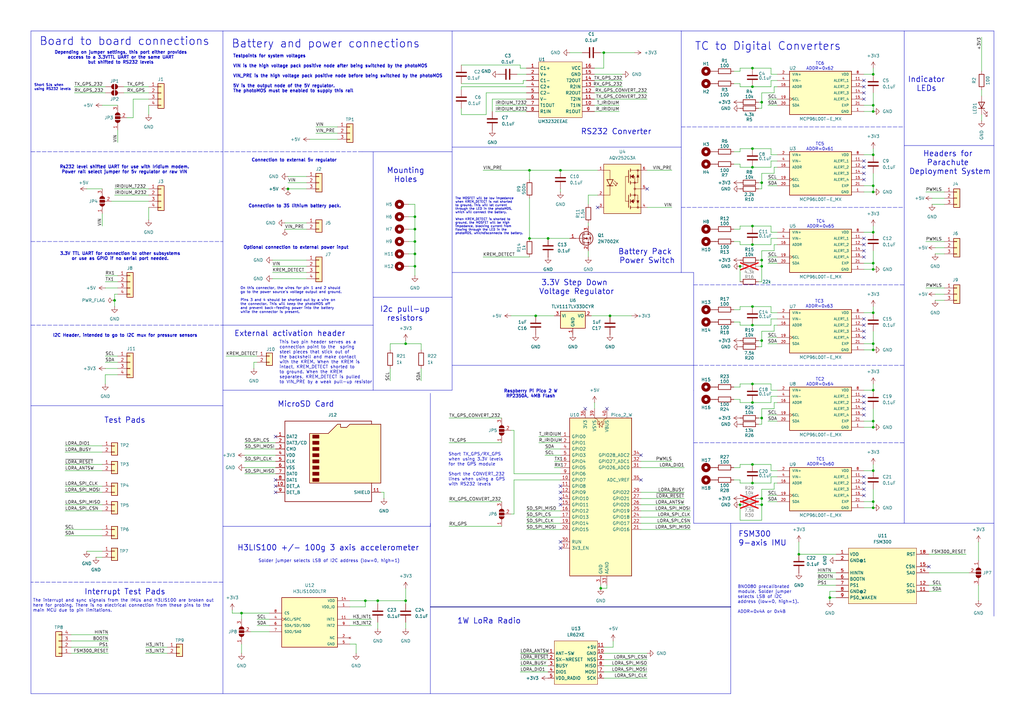
<source format=kicad_sch>
(kicad_sch (version 20250114) (generator "eeschema") (generator_version "9.0")
  (paper "A3")
  (title_block (title "KRUPS Flight Computer - RockSat XG") (date "2025-04-20"))
  (lib_symbols
    (symbol "Connector:Micro_SD_Card_Det2"
      (property "Reference" "J" (at -16.51 17.78 0))
      (property "Value" "Micro_SD_Card_Det2" (at 16.51 17.78 0))
      (symbol "Micro_SD_Card_Det2_1_1"
        (pin bidirectional line (at -22.86 10.16 0) (length 3.81) (name "DAT2") (number "1"))
        (pin bidirectional line (at -22.86 7.62 0) (length 3.81) (name "DAT3/CD") (number "2"))
        (pin input line (at -22.86 5.08 0) (length 3.81) (name "CMD") (number "3"))
        (pin power_in line (at -22.86 2.54 0) (length 3.81) (name "VDD") (number "4"))
        (pin input line (at -22.86 0 0) (length 3.81) (name "CLK") (number "5"))
        (pin power_in line (at -22.86 -2.54 0) (length 3.81) (name "VSS") (number "6"))
        (pin bidirectional line (at -22.86 -5.08 0) (length 3.81) (name "DAT0") (number "7"))
        (pin bidirectional line (at -22.86 -7.62 0) (length 3.81) (name "DAT1") (number "8"))
        (pin passive line (at -22.86 -10.16 0) (length 3.81) (name "DET_A") (number "10"))
        (pin passive line (at -22.86 -12.7 0) (length 3.81) (name "DET_B") (number "9"))
        (pin passive line (at 20.32 -12.7 180) (length 3.81) (name "SHIELD") (number "11"))
      )
    )
    (symbol "Connector_Generic:Conn_01x02" (pin_names (offset 1.016) (hide yes))
      (property "Reference" "J" (at 0 2.54 0))
      (property "Value" "Conn_01x02" (at 0 -5.08 0))
      (symbol "Conn_01x02_1_1"
        (pin passive line (at -5.08 0 0) (length 3.81) (name "Pin_1") (number "1"))
        (pin passive line (at -5.08 -2.54 0) (length 3.81) (name "Pin_2") (number "2"))
      )
    )
    (symbol "Connector_Generic:Conn_01x03" (pin_names (offset 1.016) (hide yes))
      (property "Reference" "J" (at 0 5.08 0))
      (property "Value" "Conn_01x03" (at 0 -5.08 0))
      (symbol "Conn_01x03_1_1"
        (pin passive line (at -5.08 2.54 0) (length 3.81) (name "Pin_1") (number "1"))
        (pin passive line (at -5.08 0 0) (length 3.81) (name "Pin_2") (number "2"))
        (pin passive line (at -5.08 -2.54 0) (length 3.81) (name "Pin_3") (number "3"))
      )
    )
    (symbol "Connector_Generic:Conn_01x04" (pin_names (offset 1.016) (hide yes))
      (property "Reference" "J" (at 0 5.08 0))
      (property "Value" "Conn_01x04" (at 0 -7.62 0))
      (symbol "Conn_01x04_1_1"
        (pin passive line (at -5.08 2.54 0) (length 3.81) (name "Pin_1") (number "1"))
        (pin passive line (at -5.08 0 0) (length 3.81) (name "Pin_2") (number "2"))
        (pin passive line (at -5.08 -2.54 0) (length 3.81) (name "Pin_3") (number "3"))
        (pin passive line (at -5.08 -5.08 0) (length 3.81) (name "Pin_4") (number "4"))
      )
    )
    (symbol "Device:C" (pin_numbers (hide yes)) (pin_names (offset 0.254))
      (property "Reference" "C" (at 0.635 2.54 0))
      (property "Value" "C" (at 0.635 -2.54 0))
      (symbol "C_1_1"
        (pin passive line (at 0 3.81 270) (length 2.794) (name "~") (number "1"))
        (pin passive line (at 0 -3.81 90) (length 2.794) (name "~") (number "2"))
      )
    )
    (symbol "Device:LED" (pin_numbers (hide yes)) (pin_names (offset 1.016) (hide yes))
      (property "Reference" "D" (at 0 2.54 0))
      (property "Value" "LED" (at 0 -2.54 0))
      (symbol "LED_1_1"
        (pin passive line (at -3.81 0 0) (length 2.54) (name "K") (number "1"))
        (pin passive line (at 3.81 0 180) (length 2.54) (name "A") (number "2"))
      )
    )
    (symbol "Device:R" (pin_numbers (hide yes)) (pin_names (offset 0))
      (property "Reference" "R" (at 2.032 0 90))
      (property "Value" "R" (at 0 0 90))
      (symbol "R_1_1"
        (pin passive line (at 0 3.81 270) (length 1.27) (name "~") (number "1"))
        (pin passive line (at 0 -3.81 90) (length 1.27) (name "~") (number "2"))
      )
    )
    (symbol "Jumper:SolderJumper_2_Open" (pin_numbers (hide yes)) (pin_names (offset 0) (hide yes)) (exclude_from_sim yes) (in_bom no)
      (property "Reference" "JP" (at 0 2.032 0))
      (property "Value" "SolderJumper_2_Open" (at 0 -2.54 0))
      (symbol "SolderJumper_2_Open_1_1"
        (pin passive line (at -3.81 0 0) (length 2.54) (name "A") (number "1"))
        (pin passive line (at 3.81 0 180) (length 2.54) (name "B") (number "2"))
      )
    )
    (symbol "KRUPS_Symbol_Library:AQV252G3A" (pin_names (offset 1.016))
      (property "Reference" "U" (at -7.62 10.922 0))
      (property "Value" "AQV252G3A" (at -7.62 -12.7 0))
      (symbol "AQV252G3A_0_0"
        (pin passive line (at -10.16 7.62 0) (length 2.54) (name "~") (number "1"))
        (pin passive line (at -10.16 -2.54 0) (length 2.54) (name "~") (number "2"))
        (pin passive line (at -10.16 -7.62 0) (length 2.54) (name "~") (number "3"))
        (pin passive line (at 10.16 7.62 180) (length 2.54) (name "~") (number "6"))
        (pin passive line (at 10.16 0 180) (length 2.54) (name "~") (number "5"))
        (pin passive line (at 10.16 -7.62 180) (length 2.54) (name "~") (number "4"))
      )
    )
    (symbol "KRUPS_Symbol_Library:FSM300"
      (property "Reference" "U" (at -12.954 8.636 0))
      (property "Value" "FSM300" (at 10.16 8.89 0))
      (symbol "FSM300_1_0"
        (pin power_in line (at -19.05 5.08 0) (length 5.08) (name "VDD") (number "1"))
        (pin power_in line (at -19.05 2.54 0) (length 5.08) (name "GND@1") (number "2"))
        (pin no_connect line (at -19.05 1.27 0) (length 5.08) (hide yes) (name "") (number "3"))
        (pin no_connect line (at -19.05 0 0) (length 5.08) (hide yes) (name "") (number "4"))
        (pin output line (at -19.05 -2.54 0) (length 5.08) (name "HINTN") (number "5"))
        (pin input line (at -19.05 -5.08 0) (length 5.08) (name "BOOTN") (number "6"))
        (pin input line (at -19.05 -7.62 0) (length 5.08) (name "PS1") (number "7"))
        (pin power_in line (at -19.05 -10.16 0) (length 5.08) (name "GND@2") (number "8"))
        (pin input line (at -19.05 -12.7 0) (length 5.08) (name "PS0_WAKEN") (number "9"))
        (pin input line (at 19.05 5.08 180) (length 5.08) (name "RST") (number "18"))
        (pin no_connect line (at 19.05 3.81 180) (length 5.08) (hide yes) (name "") (number "17"))
        (pin no_connect line (at 19.05 2.54 180) (length 5.08) (hide yes) (name "") (number "16"))
        (pin input line (at 19.05 0 180) (length 5.08) (name "CSN") (number "15"))
        (pin input line (at 19.05 -2.54 180) (length 5.08) (name "SA0") (number "14"))
        (pin no_connect line (at 19.05 -5.08 180) (length 5.08) (hide yes) (name "") (number "13"))
        (pin bidirectional line (at 19.05 -7.62 180) (length 5.08) (name "SCL") (number "12"))
        (pin bidirectional line (at 19.05 -10.16 180) (length 5.08) (name "SDA") (number "11"))
        (pin no_connect line (at 19.05 -12.7 180) (length 5.08) (hide yes) (name "") (number "10"))
      )
    )
    (symbol "KRUPS_Symbol_Library:H3LIS100DLTR" (pin_names (offset 1.016))
      (property "Reference" "U" (at -11.43 9.398 0))
      (property "Value" "H3LIS100DLTR" (at -11.684 -13.97 0))
      (symbol "H3LIS100DLTR_0_0"
        (pin input line (at -16.51 2.54 0) (length 5.08) (name "CS") (number "8"))
        (pin input clock (at -16.51 0 0) (length 5.08) (name "SCL/SPC") (number "4"))
        (pin bidirectional line (at -16.51 -2.54 0) (length 5.08) (name "SDA/SDI/SDO") (number "6"))
        (pin bidirectional line (at -16.51 -5.08 0) (length 5.08) (name "SDO/SA0") (number "7"))
        (pin power_in line (at 16.51 7.62 180) (length 5.08) (name "VDD") (number "14"))
        (pin power_in line (at 16.51 5.08 180) (length 5.08) (name "VDD_IO") (number "1"))
        (pin output line (at 16.51 0 180) (length 5.08) (name "INT1") (number "11"))
        (pin output line (at 16.51 -2.54 180) (length 5.08) (name "INT2") (number "9"))
        (pin no_connect line (at 16.51 -7.62 180) (length 5.08) (name "NC") (number "2"))
        (pin power_in line (at 16.51 -10.16 180) (length 5.08) (name "GND") (number "5"))
      )
      (symbol "H3LIS100DLTR_1_0"
        (pin power_in line (at 16.51 7.62 180) (length 5.08) (hide yes) (name "VDD__1") (number "15"))
        (pin no_connect line (at 16.51 -7.62 180) (length 5.08) (hide yes) (name "NC__1") (number "3"))
        (pin power_in line (at 16.51 -10.16 180) (length 5.08) (hide yes) (name "GND__1") (number "10"))
        (pin power_in line (at 16.51 -10.16 180) (length 5.08) (hide yes) (name "GND__2") (number "12"))
        (pin power_in line (at 16.51 -10.16 180) (length 5.08) (hide yes) (name "GND__3") (number "13"))
        (pin power_in line (at 16.51 -10.16 180) (length 5.08) (hide yes) (name "GND__4") (number "16"))
      )
    )
    (symbol "KRUPS_Symbol_Library:LR62XE"
      (property "Reference" "U" (at -8.382 9.906 0))
      (property "Value" "LR62XE" (at 5.334 10.16 0))
      (symbol "LR62XE_1_1"
        (pin input line (at -11.43 3.81 0) (length 2.54) (name "ANT-SW") (number "1"))
        (pin input line (at -11.43 1.27 0) (length 2.54) (name "SX-NRESET") (number "2"))
        (pin input line (at -11.43 -1.27 0) (length 2.54) (name "BUSY") (number "3"))
        (pin input line (at -11.43 -3.81 0) (length 2.54) (name "DIO1") (number "4"))
        (pin input line (at -11.43 -6.35 0) (length 2.54) (name "VDD_RADIO") (number "5"))
        (pin input line (at 11.43 6.35 180) (length 2.54) (name "+5V") (number "11"))
        (pin input line (at 11.43 3.81 180) (length 2.54) (name "GND") (number "10"))
        (pin input line (at 11.43 3.81 180) (length 2.54) (hide yes) (name "GND") (number "12"))
        (pin input line (at 11.43 1.27 180) (length 2.54) (name "NSS") (number "9"))
        (pin input line (at 11.43 -1.27 180) (length 2.54) (name "MISO") (number "8"))
        (pin input line (at 11.43 -3.81 180) (length 2.54) (name "MOSI") (number "7"))
        (pin input line (at 11.43 -6.35 180) (length 2.54) (name "SCK") (number "6"))
      )
    )
    (symbol "KRUPS_Symbol_Library:MCP96L00T-E_MX" (pin_names (offset 1.016))
      (property "Reference" "U" (at -12.7 9.398 0))
      (property "Value" "MCP96L00T-E_MX" (at -12.446 -9.906 0))
      (symbol "MCP96L00T-E_MX_0_0"
        (pin input line (at -17.78 7.62 0) (length 5.08) (name "VIN+") (number "2"))
        (pin input line (at -17.78 5.08 0) (length 5.08) (name "VIN-") (number "4"))
        (pin input line (at -17.78 2.54 0) (length 5.08) (name "ADDR") (number "16"))
        (pin input clock (at -17.78 -2.54 0) (length 5.08) (name "SCL") (number "19"))
        (pin bidirectional line (at -17.78 -5.08 0) (length 5.08) (name "SDA") (number "20"))
        (pin power_in line (at 17.78 7.62 180) (length 5.08) (name "VDD") (number "8"))
        (pin output line (at 17.78 5.08 180) (length 5.08) (name "ALERT_1") (number "11"))
        (pin output line (at 17.78 2.54 180) (length 5.08) (name "ALERT_2") (number "12"))
        (pin output line (at 17.78 0 180) (length 5.08) (name "ALERT_3") (number "14"))
        (pin output line (at 17.78 -2.54 180) (length 5.08) (name "ALERT_4") (number "15"))
        (pin power_in line (at 17.78 -5.08 180) (length 5.08) (name "EXP") (number "21"))
        (pin power_in line (at 17.78 -7.62 180) (length 5.08) (name "GND") (number "1"))
      )
      (symbol "MCP96L00T-E_MX_1_0"
        (pin power_in line (at 17.78 -5.08 180) (length 5.08) (hide yes) (name "EXP__1") (number "22"))
        (pin power_in line (at 17.78 -5.08 180) (length 5.08) (hide yes) (name "EXP__2") (number "23"))
        (pin power_in line (at 17.78 -5.08 180) (length 5.08) (hide yes) (name "EXP__3") (number "24"))
        (pin power_in line (at 17.78 -5.08 180) (length 5.08) (hide yes) (name "EXP__4") (number "25"))
        (pin power_in line (at 17.78 -5.08 180) (length 5.08) (hide yes) (name "EXP__5") (number "26"))
        (pin power_in line (at 17.78 -5.08 180) (length 5.08) (hide yes) (name "EXP__6") (number "27"))
        (pin power_in line (at 17.78 -5.08 180) (length 5.08) (hide yes) (name "EXP__7") (number "28"))
        (pin power_in line (at 17.78 -5.08 180) (length 5.08) (hide yes) (name "EXP__8") (number "29"))
        (pin power_in line (at 17.78 -5.08 180) (length 5.08) (hide yes) (name "EXP__9") (number "30"))
        (pin power_in line (at 17.78 -7.62 180) (length 5.08) (hide yes) (name "GND__6") (number "10"))
        (pin power_in line (at 17.78 -7.62 180) (length 5.08) (hide yes) (name "GND__7") (number "13"))
        (pin power_in line (at 17.78 -7.62 180) (length 5.08) (hide yes) (name "GND__8") (number "17"))
        (pin power_in line (at 17.78 -7.62 180) (length 5.08) (hide yes) (name "GND__9") (number "18"))
        (pin power_in line (at 17.78 -7.62 180) (length 5.08) (hide yes) (name "GND__1") (number "3"))
        (pin power_in line (at 17.78 -7.62 180) (length 5.08) (hide yes) (name "GND__2") (number "5"))
        (pin power_in line (at 17.78 -7.62 180) (length 5.08) (hide yes) (name "GND__3") (number "6"))
        (pin power_in line (at 17.78 -7.62 180) (length 5.08) (hide yes) (name "GND__4") (number "7"))
        (pin power_in line (at 17.78 -7.62 180) (length 5.08) (hide yes) (name "GND__5") (number "9"))
      )
    )
    (symbol "KRUPS_Symbol_Library:Pico_2_W" (pin_names (offset 0.762))
      (property "Reference" "U" (at -12.954 31.75 0))
      (property "Value" "Pico_2_W" (at 4.064 31.75 0))
      (symbol "Pico_2_W_1_1"
        (pin bidirectional line (at -16.51 22.86 0) (length 3.81) (name "GPIO0") (number "1"))
        (pin bidirectional line (at -16.51 20.32 0) (length 3.81) (name "GPIO1") (number "2"))
        (pin bidirectional line (at -16.51 17.78 0) (length 3.81) (name "GPIO2") (number "4"))
        (pin bidirectional line (at -16.51 15.24 0) (length 3.81) (name "GPIO3") (number "5"))
        (pin bidirectional line (at -16.51 12.7 0) (length 3.81) (name "GPIO4") (number "6"))
        (pin bidirectional line (at -16.51 10.16 0) (length 3.81) (name "GPIO5") (number "7"))
        (pin bidirectional line (at -16.51 7.62 0) (length 3.81) (name "GPIO6") (number "9"))
        (pin bidirectional line (at -16.51 5.08 0) (length 3.81) (name "GPIO7") (number "10"))
        (pin bidirectional line (at -16.51 2.54 0) (length 3.81) (name "GPIO8") (number "11"))
        (pin bidirectional line (at -16.51 0 0) (length 3.81) (name "GPIO9") (number "12"))
        (pin bidirectional line (at -16.51 -2.54 0) (length 3.81) (name "GPIO10") (number "14"))
        (pin bidirectional line (at -16.51 -5.08 0) (length 3.81) (name "GPIO11") (number "15"))
        (pin bidirectional line (at -16.51 -7.62 0) (length 3.81) (name "GPIO12") (number "16"))
        (pin bidirectional line (at -16.51 -10.16 0) (length 3.81) (name "GPIO13") (number "17"))
        (pin bidirectional line (at -16.51 -12.7 0) (length 3.81) (name "GPIO14") (number "19"))
        (pin bidirectional line (at -16.51 -15.24 0) (length 3.81) (name "GPIO15") (number "20"))
        (pin input line (at -16.51 -20.32 0) (length 3.81) (name "RUN") (number "30"))
        (pin input line (at -16.51 -22.86 0) (length 3.81) (name "3V3_EN") (number "37"))
        (pin power_out line (at -6.35 34.29 270) (length 3.81) (name "3V3") (number "36"))
        (pin power_in line (at -2.54 34.29 270) (length 3.81) (name "VSYS") (number "39"))
        (pin passive line (at 0 -38.1 90) (length 3.81) (hide yes) (name "GND") (number "13"))
        (pin passive line (at 0 -38.1 90) (length 3.81) (hide yes) (name "GND") (number "18"))
        (pin passive line (at 0 -38.1 90) (length 3.81) (hide yes) (name "GND") (number "23"))
        (pin passive line (at 0 -38.1 90) (length 3.81) (hide yes) (name "GND") (number "28"))
        (pin power_in line (at 0 -38.1 90) (length 3.81) (name "GND") (number "3"))
        (pin passive line (at 0 -38.1 90) (length 3.81) (hide yes) (name "GND") (number "38"))
        (pin passive line (at 0 -38.1 90) (length 3.81) (hide yes) (name "GND") (number "8"))
        (pin power_out line (at 2.54 34.29 270) (length 3.81) (name "VBUS") (number "40"))
        (pin power_in line (at 2.54 -38.1 90) (length 3.81) (name "AGND") (number "33"))
        (pin bidirectional line (at 16.51 15.24 180) (length 3.81) (name "GPIO28_ADC2") (number "34"))
        (pin bidirectional line (at 16.51 12.7 180) (length 3.81) (name "GPIO27_ADC1") (number "32"))
        (pin bidirectional line (at 16.51 10.16 180) (length 3.81) (name "GPIO26_ADC0") (number "31"))
        (pin power_in line (at 16.51 5.08 180) (length 3.81) (name "ADC_VREF") (number "35"))
        (pin bidirectional line (at 16.51 0 180) (length 3.81) (name "GPIO22") (number "29"))
        (pin bidirectional line (at 16.51 -2.54 180) (length 3.81) (name "GPIO21") (number "27"))
        (pin bidirectional line (at 16.51 -5.08 180) (length 3.81) (name "GPIO20") (number "26"))
        (pin bidirectional line (at 16.51 -7.62 180) (length 3.81) (name "GPIO19") (number "25"))
        (pin bidirectional line (at 16.51 -10.16 180) (length 3.81) (name "GPIO18") (number "24"))
        (pin bidirectional line (at 16.51 -12.7 180) (length 3.81) (name "GPIO17") (number "22"))
        (pin bidirectional line (at 16.51 -15.24 180) (length 3.81) (name "GPIO16") (number "21"))
      )
    )
    (symbol "KRUPS_Symbol_Library:UM3232EEAE"
      (property "Reference" "U" (at -8.128 12.7 0))
      (symbol "UM3232EEAE_1_0"
        (pin bidirectional line (at -13.97 8.89 0) (length 5.08) (name "C1+") (number "1"))
        (pin bidirectional line (at -13.97 6.35 0) (length 5.08) (name "V+") (number "2"))
        (pin bidirectional line (at -13.97 3.81 0) (length 5.08) (name "C1-") (number "3"))
        (pin bidirectional line (at -13.97 1.27 0) (length 5.08) (name "C2+") (number "4"))
        (pin bidirectional line (at -13.97 -1.27 0) (length 5.08) (name "C2-") (number "5"))
        (pin bidirectional line (at -13.97 -3.81 0) (length 5.08) (name "V-") (number "6"))
        (pin bidirectional line (at -13.97 -6.35 0) (length 5.08) (name "T1OUT") (number "7"))
        (pin bidirectional line (at -13.97 -8.89 0) (length 5.08) (name "R1IN") (number "8"))
        (pin bidirectional line (at 13.97 8.89 180) (length 5.08) (name "VCC") (number "16"))
        (pin power_in line (at 13.97 6.35 180) (length 5.08) (name "GND") (number "15"))
        (pin bidirectional line (at 13.97 3.81 180) (length 5.08) (name "T2OUT") (number "14"))
        (pin bidirectional line (at 13.97 1.27 180) (length 5.08) (name "R2IN") (number "13"))
        (pin bidirectional line (at 13.97 -1.27 180) (length 5.08) (name "R2OUT") (number "12"))
        (pin bidirectional line (at 13.97 -3.81 180) (length 5.08) (name "T2IN") (number "11"))
        (pin bidirectional line (at 13.97 -6.35 180) (length 5.08) (name "T1IN") (number "10"))
        (pin bidirectional line (at 13.97 -8.89 180) (length 5.08) (name "R1OUT") (number "9"))
      )
    )
    (symbol "Mechanical:MountingHole_Pad" (pin_numbers (hide yes)) (pin_names (offset 1.016) (hide yes))
      (property "Reference" "H" (at 0 6.35 0))
      (property "Value" "MountingHole_Pad" (at 0 4.445 0))
      (symbol "MountingHole_Pad_1_1"
        (pin input line (at 0 -2.54 90) (length 2.54) (name "1") (number "1"))
      )
    )
    (symbol "Regulator_Linear:LD1117S12TR_SOT223"
      (property "Reference" "U" (at -3.81 3.175 0))
      (property "Value" "LD1117S12TR_SOT223" (at 0 3.175 0))
      (symbol "LD1117S12TR_SOT223_1_1"
        (pin power_in line (at -7.62 0 0) (length 2.54) (name "VI") (number "3"))
        (pin power_in line (at 0 -7.62 90) (length 2.54) (name "GND") (number "1"))
        (pin power_out line (at 7.62 0 180) (length 2.54) (name "VO") (number "2"))
      )
    )
    (symbol "SolderJumper_3_Open_1" (pin_names (offset 0) (hide yes)) (exclude_from_sim yes) (in_bom no)
      (property "Reference" "JP" (at -2.54 -2.54 0))
      (property "Value" "SolderJumper_3_Open" (at 0 2.794 0))
      (symbol "SolderJumper_3_Open_1_1_1"
        (pin passive line (at -5.08 0 0) (length 2.54) (name "A") (number "1"))
        (pin passive line (at 0 -3.81 90) (length 2.54) (name "C") (number "2"))
        (pin passive line (at 5.08 0 180) (length 2.54) (name "B") (number "3"))
      )
    )
    (symbol "Transistor_FET:2N7002K" (pin_names (hide yes))
      (property "Reference" "Q" (at 5.08 1.905 0))
      (property "Value" "2N7002K" (at 5.08 0 0))
      (symbol "2N7002K_1_1"
        (pin input line (at -5.08 0 0) (length 2.54) (name "G") (number "1"))
        (pin passive line (at 2.54 5.08 270) (length 2.54) (name "D") (number "3"))
        (pin passive line (at 2.54 -5.08 90) (length 2.54) (name "S") (number "2"))
      )
    )
    (symbol "power:+3V3" (power) (pin_numbers (hide yes)) (pin_names (offset 0) (hide yes))
      (property "Value" "+3V3" (at 0 3.556 0))
      (symbol "+3V3_1_1"
        (pin power_in line (at 0 0 90) (length 0) (name "~") (number "1"))
      )
    )
    (symbol "power:+5V" (power) (pin_numbers (hide yes)) (pin_names (offset 0) (hide yes))
      (property "Value" "+5V" (at 0 3.556 0))
      (symbol "+5V_1_1"
        (pin power_in line (at 0 0 90) (length 0) (name "~") (number "1"))
      )
    )
    (symbol "power:GND" (power) (pin_numbers (hide yes)) (pin_names (offset 0) (hide yes))
      (property "Value" "GND" (at 0 -3.81 0))
      (symbol "GND_1_1"
        (pin power_in line (at 0 0 270) (length 0) (name "~") (number "1"))
      )
    )
    (symbol "power:PWR_FLAG" (power) (pin_numbers (hide yes)) (pin_names (offset 0) (hide yes))
      (property "Value" "PWR_FLAG" (at 0 3.81 0))
      (symbol "PWR_FLAG_0_0"
        (pin power_out line (at 0 0 90) (length 0) (name "~") (number "1"))
      )
    )
  )
  (text "Indicator\nLEDs" (at 379.984 34.544 0) (effects (font (size 2.27 2.27) (thickness 0.254) (bold yes))))
  (text "Test Pads" (at 42.672 172.466 0) (effects (font (size 2.27 2.27) (thickness 0.254) (bold yes)) (justify left)))
  (text "Short TX_GPS/RX_GPS\nwhen using 3.3V levels\nfor the GPS module\n\nShort the CONVERT_232\nlines when using a GPS\nwith RS232 levels" (at 183.896 192.532 0) (effects (font (size 1.27 1.27)) (justify left)))
  (text "TC1\nADDR=0x60" (at 336.55 189.484 0) (effects (font (size 1.27 1.27))))
  (text "I2C Header, intended to go to I2C mux for pressure sensors" (at 51.308 137.668 0) (effects (font (size 1.27 1.27) (bold yes))))
  (text "TC3\nADDR=0x63" (at 336.042 124.714 0) (effects (font (size 1.27 1.27))))
  (text "I2c pull-up\nresistors" (at 166.116 128.778 0) (effects (font (size 2.27 2.27) (thickness 0.254) (bold yes))))
  (text "Rs232 level shifted UART for use with Iridium modem.\nPower rail select jumper for 5v regulator or raw VIN" (at 51.054 69.596 0) (effects (font (size 1.27 1.27) (bold yes))))
  (text "RS232 Converter" (at 252.73 54.102 0) (effects (font (size 2.27 2.27) (thickness 0.254) (bold yes))))
  (text "This two pin header serves as a \nconnection point to the  spring \nsteel pieces that stick out of \nthe backshell and make contact \nwith the KREM. When the KREM is \nintact, KREM_DETECT shorted to \nto ground. When the KREM \nseparates, KREM_DETECT is pulled\nto VIN_PRE by a weak pull-up resistor" (at 114.554 148.59 0) (effects (font (size 1.27 1.27)) (justify left)))
  (text "The interrupt and sync signals from the IMUs and H3LIS100 are broken out \nhere for probing. There is no electrical connection from these pins to the \nmain MCU due to pin limitations." (at 13.462 248.412 0) (effects (font (size 1.27 1.27)) (justify left)))
  (text "External activation header" (at 96.012 136.906 0) (effects (font (size 2.27 2.27) (thickness 0.254) (bold yes)) (justify left)))
  (text "TC4\nADDR=0x65" (at 336.55 91.948 0) (effects (font (size 1.27 1.27))))
  (text "FSM300 \n9-axis IMU" (at 302.768 220.98 0) (effects (font (size 2.27 2.27) (thickness 0.254) (bold yes)) (justify left)))
  (text "Mounting\nHoles" (at 166.37 71.882 0) (effects (font (size 2.27 2.27) (thickness 0.254) (bold yes))))
  (text "Optional connection to external power input" (at 121.412 101.6 0) (effects (font (size 1.27 1.27) (bold yes))))
  (text "1W LoRa Radio" (at 187.452 254.762 0) (effects (font (size 2.27 2.27) (thickness 0.254) (bold yes)) (justify left)))
  (text "Testpoints for system voltages\n\nVIN is the high voltage pack positive node after being switched by the photoMOS\n\nVIN_PRE is the high voltage pack positive node before being switched by the photoMOS\n\n5V is the output node of the 5V regulator. \nThe photoMOS must be enabled to supply this rail" (at 95.504 30.226 0) (effects (font (size 1.27 1.27) (bold yes)) (justify left)))
  (text "Board to board connections" (at 51.054 17.018 0) (effects (font (size 3.27 3.27) (thickness 0.254) (bold yes))))
  (text "Depending on jumper settings, this port either provides\naccess to a 3.3VTTL UART or the same UART\nbut shifted to RS232 levels" (at 49.53 23.622 0) (effects (font (size 1.27 1.27) (bold yes))))
  (text "BNO080 precalibrated \nmodule. Solder jumper \nselects LSB of I2C \naddress (low=0, high=1).\n\nADDR=0x4A or 0x4B" (at 302.514 245.872 0) (effects (font (size 1.27 1.27)) (justify left)))
  (text "TC2\nADDR=0x64" (at 336.296 156.718 0) (effects (font (size 1.27 1.27))))
  (text "H3LIS100 +/- 100g 3 axis accelerometer" (at 97.282 224.79 0) (effects (font (size 2.27 2.27) (thickness 0.254) (bold yes)) (justify left)))
  (text "3.3V TTL UART for connection to other subsystems\nor use as GPIO if no serial port needed." (at 49.276 105.156 0) (effects (font (size 1.27 1.27) (bold yes))))
  (text "TC5\nADDR=0x61" (at 336.296 60.198 0) (effects (font (size 1.27 1.27))))
  (text "Headers for \nParachute \nDeployment System" (at 389.636 66.802 0) (effects (font (size 2.27 2.27) (thickness 0.254) (bold yes))))
  (text "Short SJs when \nusing RS232 levels" (at 13.97 35.814 0) (effects (font (size 1.016 1.016) (bold yes)) (justify left)))
  (text "Raspberry Pi Pico 2 W\nRP2350A, 4MB Flash" (at 217.678 161.544 0) (effects (font (size 1.27 1.27) (thickness 0.254) (bold yes))))
  (text "On this connector, the wires for pin 1 and 2 should \ngo to the power source's voltage output and ground.\n\nPins 3 and 4 should be shorted out by a wire on\nthe connector. This will keep the photoMOS off \nand prevent back-feeding power into the battery\nwhile the connector is present.\n" (at 98.552 123.19 0) (effects (font (size 1.016 1.016)) (justify left)))
  (text "3.3V Step Down \nVoltage Regulator" (at 236.474 117.856 0) (effects (font (size 2.27 2.27) (thickness 0.254) (bold yes))))
  (text "Interrupt Test Pads" (at 34.544 242.824 0) (effects (font (size 2.27 2.27) (thickness 0.254) (bold yes)) (justify left)))
  (text "The MOSFET will be low impedance\nwhen KREM_DETECT is not shorted \nto ground. This will let current \nthrough the LED in the photoMOS, \nwhich will connect the battery.\n\nWhen KREM_DETECT is shorted to \nground, the MOSFET will be high \nimpedance, blocking current from \nflowing through the LED in the \nphotoMOS, whichdisconnects the battery." (at 186.69 88.646 0) (effects (font (size 0.889 0.889)) (justify left)))
  (text "Solder jumper selects LSB of I2C address (low=0, high=1)" (at 105.918 230.124 0) (effects (font (size 1.27 1.27)) (justify left)))
  (text "Connection to 3S lithium battery pack." (at 120.904 84.582 0) (effects (font (size 1.27 1.27) (bold yes))))
  (text "TC to Digital Converters" (at 314.96 19.05 0) (effects (font (size 3.27 3.27) (thickness 0.254) (bold yes))))
  (text "Battery Pack \nPower Switch" (at 265.43 105.156 0) (effects (font (size 2.27 2.27) (thickness 0.254) (bold yes))))
  (text "Battery and power connections" (at 133.604 18.034 0) (effects (font (size 3.27 3.27) (thickness 0.254) (bold yes))))
  (text "Connection to external 5v regulator" (at 120.65 65.786 0) (effects (font (size 1.27 1.27) (bold yes))))
  (text "MicroSD Card" (at 113.792 165.862 0) (effects (font (size 2.27 2.27) (thickness 0.254) (bold yes)) (justify left)))
  (text "TC6\nADDR=0x62" (at 336.296 27.178 0) (effects (font (size 1.27 1.27))))
  (junction (at 308.61 68.58))
  (junction (at 358.14 43.18))
  (junction (at 358.14 193.04))
  (junction (at 170.18 88.9))
  (junction (at 308.61 198.12))
  (junction (at 224.79 97.79))
  (junction (at 219.71 129.54))
  (junction (at 312.42 204.47))
  (junction (at 308.61 100.33))
  (junction (at 149.86 246.38))
  (junction (at 118.11 77.47))
  (junction (at 308.61 190.5))
  (junction (at 247.65 21.59))
  (junction (at 170.18 93.98))
  (junction (at 308.61 133.35))
  (junction (at 308.61 27.94))
  (junction (at 303.53 207.01))
  (junction (at 358.14 140.97))
  (junction (at 312.42 171.45))
  (junction (at 46.99 123.19))
  (junction (at 246.38 241.3))
  (junction (at 154.94 246.38))
  (junction (at 327.66 227.33))
  (junction (at 170.18 109.22))
  (junction (at 303.53 109.22))
  (junction (at 229.87 69.85))
  (junction (at 358.14 110.49))
  (junction (at 217.17 69.85))
  (junction (at 308.61 165.1))
  (junction (at 358.14 172.72))
  (junction (at 308.61 125.73))
  (junction (at 166.37 246.38))
  (junction (at 358.14 45.72))
  (junction (at 358.14 78.74))
  (junction (at 312.42 139.7))
  (junction (at 308.61 60.96))
  (junction (at 358.14 208.28))
  (junction (at 312.42 74.93))
  (junction (at 308.61 35.56))
  (junction (at 340.36 245.11))
  (junction (at 170.18 104.14))
  (junction (at 358.14 95.25))
  (junction (at 358.14 107.95))
  (junction (at 358.14 160.02))
  (junction (at 312.42 106.68))
  (junction (at 312.42 109.22))
  (junction (at 166.37 140.97))
  (junction (at 217.17 97.79))
  (junction (at 358.14 205.74))
  (junction (at 312.42 207.01))
  (junction (at 358.14 128.27))
  (junction (at 358.14 175.26))
  (junction (at 250.19 129.54))
  (junction (at 358.14 30.48))
  (junction (at 170.18 99.06))
  (junction (at 358.14 63.5))
  (junction (at 358.14 76.2))
  (junction (at 308.61 92.71))
  (junction (at 358.14 143.51))
  (junction (at 308.61 157.48))
  (junction (at 99.06 251.46))
  (junction (at 312.42 41.91))
  (no_connect (at 229.87 207.01))
  (no_connect (at 354.33 200.66))
  (no_connect (at 245.11 85.09))
  (no_connect (at 354.33 203.2))
  (no_connect (at 354.33 133.35))
  (no_connect (at 354.33 100.33))
  (no_connect (at 354.33 198.12))
  (no_connect (at 229.87 204.47))
  (no_connect (at 354.33 170.18))
  (no_connect (at 381 232.41))
  (no_connect (at 354.33 130.81))
  (no_connect (at 240.03 167.64))
  (no_connect (at 354.33 97.79))
  (no_connect (at 229.87 224.79))
  (no_connect (at 354.33 135.89))
  (no_connect (at 113.03 196.85))
  (no_connect (at 354.33 68.58))
  (no_connect (at 229.87 201.93))
  (no_connect (at 354.33 138.43))
  (no_connect (at 354.33 162.56))
  (no_connect (at 229.87 199.39))
  (no_connect (at 248.92 167.64))
  (no_connect (at 354.33 165.1))
  (no_connect (at 354.33 66.04))
  (no_connect (at 265.43 77.47))
  (no_connect (at 262.89 186.69))
  (no_connect (at 354.33 35.56))
  (no_connect (at 113.03 199.39))
  (no_connect (at 354.33 105.41))
  (no_connect (at 354.33 167.64))
  (no_connect (at 229.87 222.25))
  (no_connect (at 113.03 179.07))
  (no_connect (at 354.33 102.87))
  (no_connect (at 354.33 38.1))
  (no_connect (at 354.33 71.12))
  (no_connect (at 354.33 33.02))
  (no_connect (at 354.33 195.58))
  (no_connect (at 113.03 201.93))
  (no_connect (at 354.33 40.64))
  (no_connect (at 354.33 73.66))
  (no_connect (at 262.89 196.85))
  (wire (pts (xy 262.89 214.63) (xy 283.21 214.63)))
  (polyline (pts (xy 284.48 181.61) (xy 370.84 181.61)) (stroke (width 0) (type dash)))
  (wire (pts (xy 401.32 222.25) (xy 401.32 229.87)))
  (wire (pts (xy 100.33 184.15) (xy 113.03 184.15)))
  (wire (pts (xy 198.12 69.85) (xy 217.17 69.85)))
  (wire (pts (xy 354.33 175.26) (xy 358.14 175.26)))
  (wire (pts (xy 189.23 34.29) (xy 214.63 34.29)))
  (wire (pts (xy 247.65 21.59) (xy 260.35 21.59)))
  (polyline (pts (xy 279.4 52.07) (xy 370.84 52.07)) (stroke (width 0) (type dash)))
  (wire (pts (xy 316.23 190.5) (xy 316.23 193.04)))
  (wire (pts (xy 316.23 95.25) (xy 318.77 95.25)))
  (wire (pts (xy 317.5 38.1) (xy 317.5 35.56)))
  (wire (pts (xy 210.82 210.82) (xy 209.55 210.82)))
  (wire (pts (xy 111.76 111.76) (xy 125.73 111.76)))
  (wire (pts (xy 29.21 262.89) (xy 44.45 262.89)))
  (wire (pts (xy 316.23 92.71) (xy 316.23 95.25)))
  (wire (pts (xy 201.93 45.72) (xy 201.93 40.64)))
  (wire (pts (xy 312.42 142.24) (xy 312.42 139.7)))
  (wire (pts (xy 60.96 85.09) (xy 60.96 90.17)))
  (wire (pts (xy 54.61 40.64) (xy 60.96 40.64)))
  (wire (pts (xy 246.38 241.3) (xy 246.38 240.03)))
  (wire (pts (xy 118.11 72.39) (xy 125.73 72.39)))
  (wire (pts (xy 100.33 191.77) (xy 113.03 191.77)))
  (wire (pts (xy 160.02 143.51) (xy 160.02 140.97)))
  (wire (pts (xy 262.89 189.23) (xy 275.59 189.23)))
  (polyline (pts (xy 284.48 214.63) (xy 299.72 214.63)))
  (polyline (pts (xy 176.53 161.29) (xy 176.53 215.9)))
  (wire (pts (xy 316.23 97.79) (xy 316.23 100.33)))
  (wire (pts (xy 223.52 184.15) (xy 229.87 184.15)))
  (wire (pts (xy 340.36 242.57) (xy 340.36 245.11)))
  (polyline (pts (xy 91.44 160.02) (xy 153.035 160.02)))
  (wire (pts (xy 166.37 255.27) (xy 166.37 257.81)))
  (wire (pts (xy 215.9 217.17) (xy 229.87 217.17)))
  (polyline (pts (xy 176.53 215.9) (xy 91.44 215.9)))
  (polyline (pts (xy 370.84 59.69) (xy 407.67 59.69)))
  (wire (pts (xy 220.98 181.61) (xy 229.87 181.61)))
  (polyline (pts (xy 284.48 214.63) (xy 284.48 160.02)))
  (wire (pts (xy 167.64 93.98) (xy 170.18 93.98)))
  (wire (pts (xy 402.59 36.83) (xy 402.59 39.37)))
  (wire (pts (xy 215.9 214.63) (xy 229.87 214.63)))
  (wire (pts (xy 213.36 275.59) (xy 224.79 275.59)))
  (wire (pts (xy 314.96 107.95) (xy 318.77 107.95)))
  (wire (pts (xy 314.96 138.43) (xy 318.77 138.43)))
  (wire (pts (xy 167.64 88.9) (xy 170.18 88.9)))
  (polyline (pts (xy 279.4 12.7) (xy 279.4 64.77)))
  (wire (pts (xy 303.53 165.1) (xy 308.61 165.1)))
  (wire (pts (xy 381 227.33) (xy 396.24 227.33)))
  (wire (pts (xy 327.66 227.33) (xy 342.9 227.33)))
  (wire (pts (xy 220.98 179.07) (xy 229.87 179.07)))
  (wire (pts (xy 224.79 97.79) (xy 233.68 97.79)))
  (wire (pts (xy 243.84 40.64) (xy 265.43 40.64)))
  (wire (pts (xy 308.61 27.94) (xy 316.23 27.94)))
  (wire (pts (xy 227.33 189.23) (xy 229.87 189.23)))
  (polyline (pts (xy 153.035 121.92) (xy 185.42 121.92)))
  (wire (pts (xy 308.61 198.12) (xy 316.23 198.12)))
  (wire (pts (xy 39.37 228.6) (xy 41.91 228.6)))
  (wire (pts (xy 265.43 267.97) (xy 247.65 267.97)))
  (wire (pts (xy 248.92 240.03) (xy 248.92 241.3)))
  (wire (pts (xy 317.5 198.12) (xy 318.77 198.12)))
  (wire (pts (xy 102.87 259.08) (xy 110.49 259.08)))
  (wire (pts (xy 303.53 29.21) (xy 303.53 27.94)))
  (wire (pts (xy 311.15 44.45) (xy 312.42 44.45)))
  (wire (pts (xy 241.3 105.41) (xy 241.3 102.87)))
  (wire (pts (xy 383.54 101.6) (xy 387.35 101.6)))
  (wire (pts (xy 354.33 160.02) (xy 358.14 160.02)))
  (wire (pts (xy 383.54 123.19) (xy 387.35 123.19)))
  (wire (pts (xy 154.94 255.27) (xy 154.94 257.81)))
  (wire (pts (xy 157.48 201.93) (xy 157.48 204.47)))
  (wire (pts (xy 172.72 143.51) (xy 172.72 140.97)))
  (wire (pts (xy 312.42 200.66) (xy 317.5 200.66)))
  (wire (pts (xy 166.37 241.3) (xy 166.37 246.38)))
  (wire (pts (xy 118.11 74.93) (xy 125.73 74.93)))
  (wire (pts (xy 314.96 205.74) (xy 318.77 205.74)))
  (wire (pts (xy 312.42 71.12) (xy 317.5 71.12)))
  (wire (pts (xy 314.96 76.2) (xy 318.77 76.2)))
  (wire (pts (xy 99.06 251.46) (xy 110.49 251.46)))
  (wire (pts (xy 217.17 69.85) (xy 229.87 69.85)))
  (wire (pts (xy 143.51 254) (xy 152.4 254)))
  (wire (pts (xy 314.96 73.66) (xy 318.77 73.66)))
  (wire (pts (xy 340.36 245.11) (xy 340.36 246.38)))
  (polyline (pts (xy 299.72 214.63) (xy 370.84 214.63)))
  (wire (pts (xy 316.23 165.1) (xy 308.61 165.1)))
  (wire (pts (xy 26.67 201.93) (xy 41.91 201.93)))
  (wire (pts (xy 241.3 80.01) (xy 245.11 80.01)))
  (wire (pts (xy 26.67 182.88) (xy 41.91 182.88)))
  (wire (pts (xy 116.84 91.44) (xy 125.73 91.44)))
  (wire (pts (xy 229.87 69.85) (xy 245.11 69.85)))
  (wire (pts (xy 149.86 246.38) (xy 149.86 248.92)))
  (wire (pts (xy 354.33 205.74) (xy 358.14 205.74)))
  (wire (pts (xy 303.53 35.56) (xy 308.61 35.56)))
  (wire (pts (xy 29.21 267.97) (xy 44.45 267.97)))
  (wire (pts (xy 303.53 132.08) (xy 303.53 133.35)))
  (wire (pts (xy 146.05 264.16) (xy 146.05 267.97)))
  (wire (pts (xy 111.76 106.68) (xy 125.73 106.68)))
  (wire (pts (xy 316.23 35.56) (xy 308.61 35.56)))
  (polyline (pts (xy 176.53 214.63) (xy 176.53 284.48)))
  (wire (pts (xy 160.02 151.13) (xy 160.02 156.21)))
  (wire (pts (xy 167.64 83.82) (xy 170.18 83.82)))
  (wire (pts (xy 312.42 41.91) (xy 312.42 38.1)))
  (polyline (pts (xy 91.44 238.76) (xy 12.7 238.76)) (stroke (width 0) (type dash)))
  (wire (pts (xy 316.23 63.5) (xy 318.77 63.5)))
  (wire (pts (xy 312.42 77.47) (xy 312.42 74.93)))
  (polyline (pts (xy 370.84 214.63) (xy 407.67 214.63)))
  (polyline (pts (xy 407.67 252.73) (xy 407.67 12.7)))
  (polyline (pts (xy 12.7 12.7) (xy 279.4 12.7)))
  (wire (pts (xy 167.64 109.22) (xy 170.18 109.22)))
  (wire (pts (xy 303.53 207.01) (xy 303.53 213.36)))
  (wire (pts (xy 317.5 200.66) (xy 317.5 198.12)))
  (wire (pts (xy 316.23 128.27) (xy 318.77 128.27)))
  (wire (pts (xy 379.73 78.74) (xy 387.35 78.74)))
  (wire (pts (xy 358.14 38.1) (xy 358.14 43.18)))
  (wire (pts (xy 381 240.03) (xy 386.08 240.03)))
  (wire (pts (xy 233.68 21.59) (xy 238.76 21.59)))
  (wire (pts (xy 317.5 35.56) (xy 318.77 35.56)))
  (wire (pts (xy 318.77 66.04) (xy 316.23 66.04)))
  (wire (pts (xy 184.15 215.9) (xy 205.74 215.9)))
  (polyline (pts (xy 284.48 149.86) (xy 370.84 149.86)) (stroke (width 0) (type dash)))
  (wire (pts (xy 45.72 82.55) (xy 60.96 82.55)))
  (wire (pts (xy 262.89 201.93) (xy 280.67 201.93)))
  (wire (pts (xy 170.18 109.22) (xy 170.18 113.03)))
  (wire (pts (xy 317.5 100.33) (xy 318.77 100.33)))
  (wire (pts (xy 30.48 38.1) (xy 43.18 38.1)))
  (wire (pts (xy 354.33 128.27) (xy 358.14 128.27)))
  (wire (pts (xy 314.96 203.2) (xy 318.77 203.2)))
  (wire (pts (xy 383.54 120.65) (xy 387.35 120.65)))
  (wire (pts (xy 312.42 115.57) (xy 311.15 115.57)))
  (wire (pts (xy 311.15 74.93) (xy 312.42 74.93)))
  (wire (pts (xy 247.65 273.05) (xy 265.43 273.05)))
  (polyline (pts (xy 284.48 149.86) (xy 185.42 149.86)))
  (wire (pts (xy 100.33 189.23) (xy 113.03 189.23)))
  (wire (pts (xy 311.15 41.91) (xy 312.42 41.91)))
  (wire (pts (xy 303.53 158.75) (xy 303.53 157.48)))
  (wire (pts (xy 170.18 88.9) (xy 170.18 93.98)))
  (wire (pts (xy 262.89 217.17) (xy 283.21 217.17)))
  (wire (pts (xy 358.14 76.2) (xy 358.14 78.74)))
  (wire (pts (xy 316.23 27.94) (xy 316.23 30.48)))
  (wire (pts (xy 311.15 207.01) (xy 312.42 207.01)))
  (wire (pts (xy 401.32 246.38) (xy 401.32 240.03)))
  (wire (pts (xy 358.14 157.48) (xy 358.14 160.02)))
  (wire (pts (xy 105.41 254) (xy 110.49 254)))
  (wire (pts (xy 184.15 181.61) (xy 205.74 181.61)))
  (wire (pts (xy 43.18 146.05) (xy 48.26 146.05)))
  (wire (pts (xy 312.42 109.22) (xy 312.42 115.57)))
  (wire (pts (xy 358.14 190.5) (xy 358.14 193.04)))
  (wire (pts (xy 311.15 173.99) (xy 312.42 173.99)))
  (wire (pts (xy 48.26 120.65) (xy 46.99 120.65)))
  (polyline (pts (xy 91.44 12.7) (xy 91.44 166.37)))
  (wire (pts (xy 215.9 27.94) (xy 213.36 27.94)))
  (wire (pts (xy 243.84 45.72) (xy 254 45.72)))
  (wire (pts (xy 303.53 34.29) (xy 303.53 35.56)))
  (wire (pts (xy 383.54 104.14) (xy 387.35 104.14)))
  (wire (pts (xy 354.33 172.72) (xy 358.14 172.72)))
  (polyline (pts (xy 153.035 160.02) (xy 153.035 133.35)))
  (wire (pts (xy 199.39 46.99) (xy 189.23 46.99)))
  (wire (pts (xy 219.71 129.54) (xy 227.33 129.54)))
  (wire (pts (xy 358.14 172.72) (xy 358.14 175.26)))
  (wire (pts (xy 316.23 60.96) (xy 316.23 63.5)))
  (wire (pts (xy 154.94 246.38) (xy 166.37 246.38)))
  (wire (pts (xy 303.53 191.77) (xy 303.53 190.5)))
  (wire (pts (xy 312.42 135.89) (xy 317.5 135.89)))
  (wire (pts (xy 358.14 92.71) (xy 358.14 95.25)))
  (polyline (pts (xy 370.84 214.63) (xy 370.84 12.7)))
  (wire (pts (xy 127 57.15) (xy 138.43 57.15)))
  (wire (pts (xy 243.84 30.48) (xy 255.27 30.48)))
  (wire (pts (xy 243.84 33.02) (xy 255.27 33.02)))
  (wire (pts (xy 92.71 146.05) (xy 105.41 146.05)))
  (wire (pts (xy 317.5 135.89) (xy 317.5 133.35)))
  (wire (pts (xy 262.89 209.55) (xy 283.21 209.55)))
  (wire (pts (xy 379.73 99.06) (xy 387.35 99.06)))
  (wire (pts (xy 213.36 27.94) (xy 213.36 26.67)))
  (wire (pts (xy 381 234.95) (xy 397.51 234.95)))
  (wire (pts (xy 318.77 195.58) (xy 316.23 195.58)))
  (wire (pts (xy 209.55 129.54) (xy 219.71 129.54)))
  (wire (pts (xy 342.9 242.57) (xy 340.36 242.57)))
  (wire (pts (xy 26.67 193.04) (xy 41.91 193.04)))
  (wire (pts (xy 303.53 100.33) (xy 308.61 100.33)))
  (wire (pts (xy 203.2 45.72) (xy 215.9 45.72)))
  (wire (pts (xy 26.67 185.42) (xy 41.91 185.42)))
  (polyline (pts (xy 279.4 111.76) (xy 185.42 111.76)))
  (wire (pts (xy 43.18 153.67) (xy 43.18 157.48)))
  (polyline (pts (xy 284.48 111.76) (xy 284.48 160.02)))
  (wire (pts (xy 213.36 267.97) (xy 224.79 267.97)))
  (wire (pts (xy 212.09 30.48) (xy 215.9 30.48)))
  (wire (pts (xy 243.84 165.1) (xy 243.84 167.64)))
  (polyline (pts (xy 12.7 12.7) (xy 12.7 284.48)))
  (wire (pts (xy 280.67 207.01) (xy 262.89 207.01)))
  (wire (pts (xy 335.28 237.49) (xy 342.9 237.49)))
  (wire (pts (xy 166.37 140.97) (xy 166.37 139.7)))
  (wire (pts (xy 170.18 93.98) (xy 170.18 99.06)))
  (polyline (pts (xy 12.7 284.48) (xy 299.72 284.48)))
  (wire (pts (xy 358.14 135.89) (xy 358.14 140.97)))
  (wire (pts (xy 316.23 125.73) (xy 316.23 128.27)))
  (wire (pts (xy 104.14 148.59) (xy 104.14 151.13)))
  (wire (pts (xy 99.06 264.16) (xy 99.06 267.97)))
  (wire (pts (xy 381 242.57) (xy 386.08 242.57)))
  (wire (pts (xy 99.06 251.46) (xy 95.25 251.46)))
  (wire (pts (xy 303.53 92.71) (xy 308.61 92.71)))
  (wire (pts (xy 100.33 194.31) (xy 113.03 194.31)))
  (polyline (pts (xy 12.7 133.35) (xy 91.44 133.35)) (stroke (width 0) (type dash)))
  (wire (pts (xy 99.06 251.46) (xy 99.06 254)))
  (wire (pts (xy 303.53 127) (xy 303.53 125.73)))
  (wire (pts (xy 251.46 265.43) (xy 247.65 265.43)))
  (wire (pts (xy 314.96 40.64) (xy 318.77 40.64)))
  (polyline (pts (xy 284.48 116.84) (xy 370.84 116.84)) (stroke (width 0) (type dash)))
  (wire (pts (xy 199.39 38.1) (xy 199.39 46.99)))
  (wire (pts (xy 312.42 102.87) (xy 317.5 102.87)))
  (wire (pts (xy 312.42 204.47) (xy 312.42 200.66)))
  (wire (pts (xy 116.84 93.98) (xy 125.73 93.98)))
  (wire (pts (xy 316.23 33.02) (xy 316.23 35.56)))
  (wire (pts (xy 314.96 140.97) (xy 318.77 140.97)))
  (wire (pts (xy 215.9 38.1) (xy 199.39 38.1)))
  (wire (pts (xy 311.15 139.7) (xy 312.42 139.7)))
  (wire (pts (xy 316.23 30.48) (xy 318.77 30.48)))
  (wire (pts (xy 167.64 104.14) (xy 170.18 104.14)))
  (wire (pts (xy 316.23 160.02) (xy 318.77 160.02)))
  (wire (pts (xy 184.15 171.45) (xy 205.74 171.45)))
  (wire (pts (xy 26.67 209.55) (xy 41.91 209.55)))
  (wire (pts (xy 354.33 193.04) (xy 358.14 193.04)))
  (wire (pts (xy 354.33 143.51) (xy 358.14 143.51)))
  (polyline (pts (xy 12.7 62.23) (xy 91.44 62.23)) (stroke (width 0) (type dash)))
  (wire (pts (xy 316.23 100.33) (xy 308.61 100.33)))
  (polyline (pts (xy 153.035 62.23) (xy 153.035 133.35)))
  (wire (pts (xy 46.99 80.01) (xy 60.96 80.01)))
  (wire (pts (xy 303.53 60.96) (xy 308.61 60.96)))
  (wire (pts (xy 223.52 186.69) (xy 229.87 186.69)))
  (wire (pts (xy 358.14 43.18) (xy 358.14 45.72)))
  (wire (pts (xy 160.02 140.97) (xy 166.37 140.97)))
  (polyline (pts (xy 12.7 166.37) (xy 91.44 166.37)))
  (wire (pts (xy 382.27 83.82) (xy 387.35 83.82)))
  (wire (pts (xy 358.14 205.74) (xy 358.14 208.28)))
  (wire (pts (xy 354.33 107.95) (xy 358.14 107.95)))
  (wire (pts (xy 118.11 77.47) (xy 125.73 77.47)))
  (wire (pts (xy 314.96 105.41) (xy 318.77 105.41)))
  (wire (pts (xy 314.96 172.72) (xy 318.77 172.72)))
  (wire (pts (xy 311.15 106.68) (xy 312.42 106.68)))
  (wire (pts (xy 215.9 209.55) (xy 229.87 209.55)))
  (wire (pts (xy 354.33 95.25) (xy 358.14 95.25)))
  (wire (pts (xy 247.65 27.94) (xy 247.65 21.59)))
  (wire (pts (xy 41.91 87.63) (xy 41.91 92.71)))
  (wire (pts (xy 149.86 246.38) (xy 154.94 246.38)))
  (wire (pts (xy 166.37 247.65) (xy 166.37 246.38)))
  (wire (pts (xy 300.99 132.08) (xy 303.53 132.08)))
  (wire (pts (xy 280.67 191.77) (xy 262.89 191.77)))
  (polyline (pts (xy 91.44 133.35) (xy 153.035 133.35)))
  (wire (pts (xy 217.17 97.79) (xy 224.79 97.79)))
  (wire (pts (xy 358.14 71.12) (xy 358.14 76.2)))
  (wire (pts (xy 46.99 123.19) (xy 46.99 125.73)))
  (wire (pts (xy 308.61 190.5) (xy 316.23 190.5)))
  (wire (pts (xy 241.3 91.44) (xy 241.3 92.71)))
  (wire (pts (xy 229.87 78.74) (xy 229.87 77.47)))
  (wire (pts (xy 354.33 110.49) (xy 358.14 110.49)))
  (polyline (pts (xy 185.42 160.02) (xy 153.035 160.02)))
  (wire (pts (xy 354.33 43.18) (xy 358.14 43.18)))
  (wire (pts (xy 379.73 118.11) (xy 387.35 118.11)))
  (wire (pts (xy 46.99 77.47) (xy 60.96 77.47)))
  (polyline (pts (xy 299.72 284.48) (xy 299.72 252.73)))
  (wire (pts (xy 312.42 139.7) (xy 312.42 135.89)))
  (wire (pts (xy 43.18 115.57) (xy 48.26 115.57)))
  (wire (pts (xy 217.17 73.66) (xy 217.17 69.85)))
  (wire (pts (xy 30.48 35.56) (xy 43.18 35.56)))
  (wire (pts (xy 312.42 171.45) (xy 312.42 167.64)))
  (wire (pts (xy 43.18 151.13) (xy 48.26 151.13)))
  (wire (pts (xy 251.46 262.89) (xy 251.46 265.43)))
  (wire (pts (xy 26.67 207.01) (xy 41.91 207.01)))
  (wire (pts (xy 311.15 77.47) (xy 312.42 77.47)))
  (wire (pts (xy 354.33 30.48) (xy 358.14 30.48)))
  (wire (pts (xy 105.41 148.59) (xy 104.14 148.59)))
  (wire (pts (xy 26.67 190.5) (xy 41.91 190.5)))
  (polyline (pts (xy 12.7 99.06) (xy 91.44 99.06)) (stroke (width 0) (type dash)))
  (wire (pts (xy 317.5 167.64) (xy 317.5 165.1)))
  (wire (pts (xy 311.15 142.24) (xy 312.42 142.24)))
  (polyline (pts (xy 279.4 85.09) (xy 370.84 85.09)) (stroke (width 0) (type dash)))
  (wire (pts (xy 303.53 157.48) (xy 308.61 157.48)))
  (wire (pts (xy 154.94 247.65) (xy 154.94 246.38)))
  (wire (pts (xy 143.51 256.54) (xy 152.4 256.54)))
  (wire (pts (xy 303.53 213.36) (xy 312.42 213.36)))
  (wire (pts (xy 312.42 173.99) (xy 312.42 171.45)))
  (wire (pts (xy 54.61 48.26) (xy 54.61 40.64)))
  (wire (pts (xy 303.53 67.31) (xy 303.53 68.58)))
  (wire (pts (xy 184.15 205.74) (xy 205.74 205.74)))
  (wire (pts (xy 210.82 176.53) (xy 210.82 194.31)))
  (wire (pts (xy 303.53 109.22) (xy 303.53 115.57)))
  (wire (pts (xy 247.65 21.59) (xy 246.38 21.59)))
  (wire (pts (xy 354.33 140.97) (xy 358.14 140.97)))
  (wire (pts (xy 314.96 43.18) (xy 318.77 43.18)))
  (wire (pts (xy 300.99 99.06) (xy 303.53 99.06)))
  (wire (pts (xy 317.5 165.1) (xy 318.77 165.1)))
  (wire (pts (xy 303.53 93.98) (xy 303.53 92.71)))
  (wire (pts (xy 60.96 43.18) (xy 60.96 46.99)))
  (wire (pts (xy 35.56 77.47) (xy 41.91 77.47)))
  (polyline (pts (xy 148.59 62.23) (xy 91.44 62.23)) (stroke (width 0) (type dash)))
  (wire (pts (xy 316.23 193.04) (xy 318.77 193.04)))
  (polyline (pts (xy 279.4 64.77) (xy 279.4 111.76)))
  (wire (pts (xy 167.64 99.06) (xy 170.18 99.06)))
  (wire (pts (xy 242.57 129.54) (xy 250.19 129.54)))
  (wire (pts (xy 129.54 52.07) (xy 138.43 52.07)))
  (wire (pts (xy 26.67 217.17) (xy 41.91 217.17)))
  (wire (pts (xy 213.36 270.51) (xy 224.79 270.51)))
  (wire (pts (xy 300.99 163.83) (xy 303.53 163.83)))
  (polyline (pts (xy 148.59 62.23) (xy 185.42 62.23)))
  (wire (pts (xy 358.14 27.94) (xy 358.14 30.48)))
  (wire (pts (xy 311.15 204.47) (xy 312.42 204.47)))
  (wire (pts (xy 312.42 167.64) (xy 317.5 167.64)))
  (wire (pts (xy 312.42 74.93) (xy 312.42 71.12)))
  (wire (pts (xy 172.72 140.97) (xy 166.37 140.97)))
  (wire (pts (xy 300.99 29.21) (xy 303.53 29.21)))
  (wire (pts (xy 354.33 208.28) (xy 358.14 208.28)))
  (wire (pts (xy 46.99 120.65) (xy 46.99 123.19)))
  (wire (pts (xy 29.21 260.35) (xy 44.45 260.35)))
  (wire (pts (xy 402.59 46.99) (xy 402.59 49.53)))
  (wire (pts (xy 26.67 219.71) (xy 41.91 219.71)))
  (wire (pts (xy 300.99 93.98) (xy 303.53 93.98)))
  (wire (pts (xy 300.99 196.85) (xy 303.53 196.85)))
  (wire (pts (xy 247.65 270.51) (xy 265.43 270.51)))
  (wire (pts (xy 189.23 46.99) (xy 189.23 44.45)))
  (wire (pts (xy 59.69 267.97) (xy 68.58 267.97)))
  (wire (pts (xy 303.53 27.94) (xy 308.61 27.94)))
  (wire (pts (xy 300.99 127) (xy 303.53 127)))
  (wire (pts (xy 43.18 118.11) (xy 48.26 118.11)))
  (wire (pts (xy 95.25 250.19) (xy 95.25 251.46)))
  (wire (pts (xy 318.77 97.79) (xy 316.23 97.79)))
  (wire (pts (xy 300.99 34.29) (xy 303.53 34.29)))
  (wire (pts (xy 303.53 196.85) (xy 303.53 198.12)))
  (wire (pts (xy 300.99 67.31) (xy 303.53 67.31)))
  (wire (pts (xy 311.15 109.22) (xy 312.42 109.22)))
  (wire (pts (xy 308.61 157.48) (xy 316.23 157.48)))
  (wire (pts (xy 312.42 109.22) (xy 312.42 106.68)))
  (wire (pts (xy 335.28 240.03) (xy 342.9 240.03)))
  (wire (pts (xy 41.91 43.18) (xy 48.26 43.18)))
  (wire (pts (xy 317.5 68.58) (xy 318.77 68.58)))
  (wire (pts (xy 316.23 157.48) (xy 316.23 160.02)))
  (wire (pts (xy 243.84 27.94) (xy 247.65 27.94)))
  (wire (pts (xy 316.23 68.58) (xy 308.61 68.58)))
  (wire (pts (xy 303.53 99.06) (xy 303.53 100.33)))
  (wire (pts (xy 129.54 54.61) (xy 138.43 54.61)))
  (wire (pts (xy 303.53 125.73) (xy 308.61 125.73)))
  (wire (pts (xy 312.42 213.36) (xy 312.42 207.01)))
  (wire (pts (xy 100.33 186.69) (xy 113.03 186.69)))
  (wire (pts (xy 172.72 151.13) (xy 172.72 156.21)))
  (wire (pts (xy 170.18 104.14) (xy 170.18 109.22)))
  (wire (pts (xy 317.5 102.87) (xy 317.5 100.33)))
  (wire (pts (xy 402.59 15.24) (xy 402.59 29.21)))
  (wire (pts (xy 52.07 48.26) (xy 54.61 48.26)))
  (wire (pts (xy 354.33 78.74) (xy 358.14 78.74)))
  (wire (pts (xy 248.92 241.3) (xy 246.38 241.3)))
  (wire (pts (xy 243.84 35.56) (xy 255.27 35.56)))
  (bus (pts (xy 176.53 248.92) (xy 299.72 248.92)))
  (wire (pts (xy 300.99 158.75) (xy 303.53 158.75)))
  (wire (pts (xy 335.28 234.95) (xy 342.9 234.95)))
  (wire (pts (xy 318.77 130.81) (xy 316.23 130.81)))
  (wire (pts (xy 308.61 60.96) (xy 316.23 60.96)))
  (wire (pts (xy 316.23 162.56) (xy 316.23 165.1)))
  (wire (pts (xy 243.84 43.18) (xy 254 43.18)))
  (wire (pts (xy 250.19 129.54) (xy 259.08 129.54)))
  (wire (pts (xy 358.14 60.96) (xy 358.14 63.5)))
  (wire (pts (xy 247.65 278.13) (xy 265.43 278.13)))
  (wire (pts (xy 265.43 69.85) (xy 275.59 69.85)))
  (wire (pts (xy 265.43 85.09) (xy 275.59 85.09)))
  (wire (pts (xy 198.12 105.41) (xy 217.17 105.41)))
  (wire (pts (xy 308.61 125.73) (xy 316.23 125.73)))
  (wire (pts (xy 189.23 36.83) (xy 189.23 35.56)))
  (wire (pts (xy 170.18 99.06) (xy 170.18 104.14)))
  (wire (pts (xy 105.41 256.54) (xy 110.49 256.54)))
  (wire (pts (xy 247.65 275.59) (xy 265.43 275.59)))
  (wire (pts (xy 262.89 212.09) (xy 283.21 212.09)))
  (wire (pts (xy 50.8 38.1) (xy 60.96 38.1)))
  (wire (pts (xy 342.9 245.11) (xy 340.36 245.11)))
  (wire (pts (xy 111.76 114.3) (xy 125.73 114.3)))
  (polyline (pts (xy 185.42 60.325) (xy 279.4 60.325)))
  (wire (pts (xy 354.33 76.2) (xy 358.14 76.2)))
  (wire (pts (xy 215.9 212.09) (xy 229.87 212.09)))
  (wire (pts (xy 316.23 195.58) (xy 316.23 198.12)))
  (wire (pts (xy 189.23 35.56) (xy 215.9 35.56)))
  (wire (pts (xy 35.56 226.06) (xy 41.91 226.06)))
  (wire (pts (xy 312.42 38.1) (xy 317.5 38.1)))
  (wire (pts (xy 59.69 265.43) (xy 68.58 265.43)))
  (wire (pts (xy 48.26 53.34) (xy 48.26 58.42)))
  (wire (pts (xy 358.14 102.87) (xy 358.14 107.95)))
  (wire (pts (xy 300.99 62.23) (xy 303.53 62.23)))
  (wire (pts (xy 318.77 162.56) (xy 316.23 162.56)))
  (wire (pts (xy 358.14 107.95) (xy 358.14 110.49)))
  (wire (pts (xy 217.17 81.28) (xy 217.17 97.79)))
  (polyline (pts (xy 176.53 215.9) (xy 176.53 215.9)))
  (wire (pts (xy 26.67 199.39) (xy 41.91 199.39)))
  (wire (pts (xy 316.23 130.81) (xy 316.23 133.35)))
  (wire (pts (xy 143.51 248.92) (xy 149.86 248.92)))
  (wire (pts (xy 29.21 265.43) (xy 44.45 265.43)))
  (wire (pts (xy 303.53 68.58) (xy 308.61 68.58)))
  (wire (pts (xy 358.14 140.97) (xy 358.14 143.51)))
  (wire (pts (xy 210.82 194.31) (xy 229.87 194.31)))
  (wire (pts (xy 317.5 71.12) (xy 317.5 68.58)))
  (wire (pts (xy 210.82 196.85) (xy 210.82 210.82)))
  (wire (pts (xy 312.42 106.68) (xy 312.42 102.87)))
  (wire (pts (xy 210.82 196.85) (xy 229.87 196.85)))
  (wire (pts (xy 303.53 163.83) (xy 303.53 165.1)))
  (wire (pts (xy 203.2 43.18) (xy 215.9 43.18)))
  (wire (pts (xy 300.99 191.77) (xy 303.53 191.77)))
  (wire (pts (xy 213.36 273.05) (xy 224.79 273.05)))
  (wire (pts (xy 316.23 66.04) (xy 316.23 68.58)))
  (wire (pts (xy 303.53 133.35) (xy 308.61 133.35)))
  (wire (pts (xy 143.51 264.16) (xy 146.05 264.16)))
  (wire (pts (xy 143.51 246.38) (xy 149.86 246.38)))
  (wire (pts (xy 241.3 83.82) (xy 241.3 80.01)))
  (wire (pts (xy 354.33 63.5) (xy 358.14 63.5)))
  (wire (pts (xy 48.26 153.67) (xy 43.18 153.67)))
  (wire (pts (xy 156.21 201.93) (xy 157.48 201.93)))
  (polyline (pts (xy 279.4 12.7) (xy 407.67 12.7)))
  (wire (pts (xy 50.8 35.56) (xy 60.96 35.56)))
  (wire (pts (xy 280.67 204.47) (xy 262.89 204.47)))
  (wire (pts (xy 308.61 92.71) (xy 316.23 92.71)))
  (wire (pts (xy 312.42 44.45) (xy 312.42 41.91)))
  (wire (pts (xy 354.33 45.72) (xy 358.14 45.72)))
  (wire (pts (xy 111.76 109.22) (xy 125.73 109.22)))
  (wire (pts (xy 312.42 207.01) (xy 312.42 204.47)))
  (wire (pts (xy 43.18 148.59) (xy 48.26 148.59)))
  (wire (pts (xy 358.14 167.64) (xy 358.14 172.72)))
  (wire (pts (xy 317.5 133.35) (xy 318.77 133.35)))
  (wire (pts (xy 316.23 133.35) (xy 308.61 133.35)))
  (wire (pts (xy 314.96 170.18) (xy 318.77 170.18)))
  (wire (pts (xy 327.66 222.25) (xy 327.66 227.33)))
  (wire (pts (xy 303.53 62.23) (xy 303.53 60.96)))
  (wire (pts (xy 213.36 26.67) (xy 189.23 26.67)))
  (wire (pts (xy 303.53 198.12) (xy 308.61 198.12)))
  (wire (pts (xy 170.18 83.82) (xy 170.18 88.9)))
  (wire (pts (xy 227.33 191.77) (xy 229.87 191.77)))
  (wire (pts (xy 209.55 176.53) (xy 210.82 176.53)))
  (wire (pts (xy 43.18 113.03) (xy 48.26 113.03)))
  (wire (pts (xy 311.15 171.45) (xy 312.42 171.45)))
  (polyline (pts (xy 91.44 166.37) (xy 91.44 238.76)))
  (wire (pts (xy 303.53 190.5) (xy 308.61 190.5)))
  (wire (pts (xy 358.14 200.66) (xy 358.14 205.74)))
  (polyline (pts (xy 279.4 111.76) (xy 284.48 111.76)))
  (wire (pts (xy 243.84 38.1) (xy 265.43 38.1)))
  (wire (pts (xy 201.93 40.64) (xy 215.9 40.64)))
  (wire (pts (xy 214.63 33.02) (xy 215.9 33.02)))
  (polyline (pts (xy 91.44 238.76) (xy 91.44 284.48)))
  (polyline (pts (xy 299.72 214.63) (xy 299.72 252.73)))
  (polyline (pts (xy 185.42 12.7) (xy 185.42 160.02)))
  (wire (pts (xy 318.77 33.02) (xy 316.23 33.02)))
  (wire (pts (xy 100.33 181.61) (xy 113.03 181.61)))
  (wire (pts (xy 358.14 125.73) (xy 358.14 128.27)))
  (wire (pts (xy 214.63 34.29) (xy 214.63 33.02)))
  (wire (pts (xy 382.27 81.28) (xy 387.35 81.28)))
  (label "LORA_SPI_CSN" (at 265.43 270.51 180))
  (label "SCL" (at 314.96 40.64 0))
  (label "RX_GPS" (at 184.15 215.9 0))
  (label "LORA_ANTSW" (at 26.67 193.04 0))
  (label "LORA_SPI_CLK" (at 26.67 199.39 0))
  (label "LORA_DIO1" (at 26.67 182.88 0))
  (label "TX_GPS_CONVERT_232" (at 265.43 40.64 180))
  (label "SDA" (at 223.52 184.15 0))
  (label "RX_GPS_CONVERT_232" (at 184.15 205.74 0))
  (label "TX_GPS_232" (at 30.48 35.56 0))
  (label "RX1" (at 43.18 113.03 0))
  (label "TX1" (at 43.18 115.57 0))
  (label "RX_GPS_CONVERT_232" (at 265.43 38.1 180))
  (label "IRIDIUM_T232" (at 203.2 43.18 0))
  (label "PWMLS" (at 379.73 99.06 0))
  (label "~{LORA_RESET}" (at 280.67 204.47 180))
  (label "VIN_PRE" (at 129.54 54.61 0))
  (label "SCL" (at 314.96 203.2 0))
  (label "SCL" (at 26.67 217.17 0))
  (label "IRIDIUM_T232" (at 46.99 77.47 0))
  (label "LORA_ANTSW" (at 280.67 207.01 180))
  (label "LORA_DIO1" (at 213.36 275.59 0))
  (label "SD_SPI_CS" (at 215.9 212.09 0))
  (label "TX1" (at 227.33 189.23 0))
  (label "T_IRIDIUM" (at 254 43.18 180))
  (label "BOOTN" (at 44.45 262.89 180))
  (label "SCL" (at 314.96 73.66 0))
  (label "LORA_SPI_MISO" (at 283.21 217.17 180))
  (label "H3_INT1" (at 152.4 254 180))
  (label "T_IRIDIUM" (at 220.98 179.07 0))
  (label "SCL" (at 223.52 186.69 0))
  (label "HINTN" (at 335.28 234.95 0))
  (label "IRIDIUM_R232" (at 46.99 80.01 0))
  (label "SDA" (at 105.41 256.54 0))
  (label "PS1" (at 335.28 240.03 0))
  (label "H3_INT2" (at 152.4 256.54 180))
  (label "LORA_SPI_CLK" (at 283.21 212.09 180))
  (label "LORA_BUSY" (at 26.67 185.42 0))
  (label "R_IRIDIUM" (at 220.98 181.61 0))
  (label "TX_GPS" (at 52.07 35.56 0))
  (label "KREM_DETECT" (at 92.71 146.05 0))
  (label "LORA_SPI_MISO" (at 265.43 273.05 180))
  (label "TX_GPS_CONVERT_232" (at 184.15 171.45 0))
  (label "R_IRIDIUM" (at 254 45.72 180))
  (label "PS1" (at 44.45 265.43 180))
  (label "SDA" (at 314.96 172.72 0))
  (label "VIN_PRE" (at 275.59 69.85 180))
  (label "SDA" (at 43.18 148.59 0))
  (label "VIN" (at 129.54 52.07 0))
  (label "SCL" (at 314.96 170.18 0))
  (label "SD_SPI_CLK" (at 100.33 189.23 0))
  (label "LORA_SPI_MOSI" (at 26.67 201.93 0))
  (label "SDA" (at 314.96 76.2 0))
  (label "IRIDIUM_R232" (at 203.2 45.72 0))
  (label "PWMLS" (at 379.73 118.11 0))
  (label "SDA" (at 314.96 107.95 0))
  (label "TX_GPS" (at 184.15 181.61 0))
  (label "FSM300_RESET" (at 396.24 227.33 180))
  (label "SDA" (at 26.67 219.71 0))
  (label "PWMLS" (at 379.73 78.74 0))
  (label "+3V3" (at 402.59 15.24 270))
  (label "KREM_DETECT" (at 111.76 111.76 0))
  (label "LORA_SPI_CSN" (at 283.21 214.63 180))
  (label "H3_INT2" (at 59.69 267.97 0))
  (label "VIN" (at 275.59 85.09 180))
  (label "SCL" (at 105.41 254 0))
  (label "SDA" (at 314.96 43.18 0))
  (label "SD_SPI_MISO" (at 100.33 194.31 0))
  (label "SCL" (at 160.02 156.21 90))
  (label "SD_SPI_CLK" (at 215.9 214.63 0))
  (label "~{LORA_RESET}" (at 213.36 270.51 0))
  (label "SDA" (at 386.08 242.57 180))
  (label "SD_SPI_MISO" (at 215.9 209.55 0))
  (label "LORA_SPI_MOSI" (at 265.43 275.59 180))
  (label "LORA_BUSY" (at 213.36 273.05 0))
  (label "TX_GPS_232" (at 255.27 33.02 180))
  (label "SDA" (at 172.72 156.21 90))
  (label "SCL" (at 314.96 105.41 0))
  (label "H3_INT1" (at 59.69 265.43 0))
  (label "FSM300_RESET" (at 44.45 267.97 180))
  (label "PWMLS" (at 275.59 189.23 180))
  (label "LORA_DIO1" (at 280.67 191.77 180))
  (label "VIN" (at 118.11 74.93 0))
  (label "LORA_SPI_MOSI" (at 283.21 209.55 180))
  (label "VIN" (at 111.76 109.22 0))
  (label "SD_SPI_MOSI" (at 215.9 217.17 0))
  (label "SDA" (at 314.96 140.97 0))
  (label "LORA_SPI_MISO" (at 26.67 207.01 0))
  (label "SD_SPI_CS" (at 100.33 181.61 0))
  (label "LORA_ANTSW" (at 213.36 267.97 0))
  (label "VIN_PRE" (at 116.84 93.98 0))
  (label "RX_GPS_232" (at 255.27 35.56 180))
  (label "RX1" (at 227.33 191.77 0))
  (label "KREM_DETECT" (at 198.12 105.41 0))
  (label "BOOTN" (at 335.28 237.49 0))
  (label "SCL" (at 43.18 146.05 0))
  (label "~{LORA_RESET}" (at 26.67 190.5 0))
  (label "RX_GPS" (at 52.07 38.1 0))
  (label "SDA" (at 314.96 205.74 0))
  (label "VIN" (at 41.91 92.71 90))
  (label "LORA_SPI_CLK" (at 265.43 278.13 180))
  (label "VIN_PRE" (at 198.12 69.85 0))
  (label "RX_GPS_232" (at 30.48 38.1 0))
  (label "LORA_SPI_CSN" (at 26.67 209.55 0))
  (label "LORA_BUSY" (at 280.67 201.93 180))
  (label "VIN" (at 48.26 58.42 90))
  (label "SCL" (at 386.08 240.03 180))
  (label "SD_SPI_MOSI" (at 100.33 184.15 0))
  (label "HINTN" (at 44.45 260.35 180))
  (label "SCL" (at 314.96 138.43 0))
  (symbol (lib_id "power:+3V3") (at 224.79 278.13 90) (unit 1)
    (property "Reference" "#PWR083" (effects (hide yes)))
    (property "Value" "+3V3" (at 220.98 278.1299 90) (effects (justify left)))
    (property "Description" "Power symbol creates a global label with name \"+3V3\"" (effects (hide yes)))
  )
  (symbol (lib_id "Connector:Micro_SD_Card_Det2") (at 135.89 189.23 0) (unit 1)
    (property "Reference" "J12" (at 136.398 170.18 0))
    (property "Value" "Micro_SD_Card_Det2" (effects (hide yes)))
    (property "Footprint" "Connector_Card:microSD_HC_Molex_104031-0811" (effects (hide yes)))
    (property "Datasheet" "https://www.hirose.com/en/product/document?clcode=&productname=&series=DM3&documenttype=Catalog&lang=en&documentid=D49662_en" (effects (hide yes)))
    (property "Description" "Micro SD Card Socket with two card detection pins" (effects (hide yes)))
    (property "Digikey Part Number" "WM6357TR-ND" (effects (hide yes)))
  )
  (symbol (lib_id "Device:C") (at 229.87 73.66 180) (unit 1)
    (property "Reference" "C10" (at 233.68 72.3899 0) (effects (justify right)))
    (property "Value" "0.1uF" (at 233.68 74.9299 0) (effects (justify right)))
    (property "Footprint" "Capacitor_SMD:C_0603_1608Metric_Pad1.08x0.95mm_HandSolder" (effects (hide yes)))
    (property "Description" "Unpolarized capacitor" (effects (hide yes)))
    (property "Digikey Part Number" "0603B104K500XD" (effects (hide yes)))
  )
  (symbol (lib_id "Connector_Generic:Conn_01x02") (at 46.99 190.5 0) (unit 1)
    (property "Reference" "TP3" (at 49.276 190.5 0) (effects (justify left)))
    (property "Value" "TEST POINT" (effects (hide yes)))
    (property "Footprint" "Connector_PinHeader_2.54mm:PinHeader_1x02_P2.54mm_Vertical" (effects (hide yes)))
    (property "Description" "Generic connector, single row, 01x02, script generated (kicad-library-utils/schlib/autogen/connector/)" (effects (hide yes)))
    (property "Digikey Part Number" "732-5315-ND" (effects (hide yes)))
  )
  (symbol (lib_id "Mechanical:MountingHole_Pad") (at 290.83 67.31 90) (unit 1)
    (property "Reference" "H4" (at 289.56 70.612 90))
    (property "Value" "MountingHole_Pad" (effects (hide yes)))
    (property "Footprint" "KRUPS_Footprints:2,8-PAD" (effects (hide yes)))
    (property "Description" "Mounting Hole with connection" (effects (hide yes)))
  )
  (symbol (lib_id "Connector_Generic:Conn_01x02") (at 130.81 91.44 0) (unit 1)
    (property "Reference" "J5" (at 133.35 91.4399 0) (effects (justify left)))
    (property "Value" "JST_VH_B2P" (effects (hide yes)))
    (property "Footprint" "Connector_JST:JST_VH_B2P-VH-B_1x02_P3.96mm_Vertical" (effects (hide yes)))
    (property "Description" "Generic connector, single row, 01x02, script generated (kicad-library-utils/schlib/autogen/connector/)" (effects (hide yes)))
    (property "Digikey Part Number" "455-1639-ND" (effects (hide yes)))
  )
  (symbol (lib_id "power:GND") (at 250.19 137.16 0) (unit 1)
    (property "Reference" "#PWR046" (effects (hide yes)))
    (property "Value" "GND" (at 250.19 142.24 0))
    (property "Description" "Power symbol creates a global label with name \"GND\" , ground" (effects (hide yes)))
  )
  (symbol (lib_id "power:GND") (at 358.14 110.49 90) (unit 1)
    (property "Reference" "#PWR034" (effects (hide yes)))
    (property "Value" "GND" (at 361.95 110.4899 90) (effects (justify right)))
    (property "Description" "Power symbol creates a global label with name \"GND\" , ground" (effects (hide yes)))
  )
  (symbol (lib_id "Device:R") (at 307.34 142.24 90) (unit 1)
    (property "Reference" "R20" (at 307.34 146.812 90))
    (property "Value" "7.5k" (at 307.34 144.78 90))
    (property "Footprint" "Resistor_SMD:R_0603_1608Metric_Pad0.98x0.95mm_HandSolder" (effects (hide yes)))
    (property "Description" "Resistor" (effects (hide yes)))
    (property "Digikey Part Number" "311-7.5KDTR-ND" (effects (hide yes)))
  )
  (symbol (lib_id "power:GND") (at 382.27 83.82 0) (unit 1)
    (property "Reference" "#PWR023" (effects (hide yes)))
    (property "Value" "GND" (at 382.27 88.9 0))
    (property "Description" "Power symbol creates a global label with name \"GND\" , ground" (effects (hide yes)))
  )
  (symbol (lib_id "Device:C") (at 201.93 49.53 180) (unit 1)
    (property "Reference" "C7" (at 205.74 48.2599 0) (effects (justify right)))
    (property "Value" "0.1uF" (at 205.74 50.7999 0) (effects (justify right)))
    (property "Footprint" "Capacitor_SMD:C_0603_1608Metric_Pad1.08x0.95mm_HandSolder" (effects (hide yes)))
    (property "Description" "Unpolarized capacitor" (effects (hide yes)))
    (property "Digikey Part Number" "0603B104K500XD" (effects (hide yes)))
  )
  (symbol (lib_id "Device:C") (at 358.14 67.31 0) (unit 1)
    (property "Reference" "C9" (at 361.95 66.0399 0) (effects (justify left)))
    (property "Value" "0.1uF" (at 361.95 68.5799 0) (effects (justify left)))
    (property "Footprint" "Capacitor_SMD:C_0603_1608Metric_Pad1.08x0.95mm_HandSolder" (effects (hide yes)))
    (property "Description" "Unpolarized capacitor" (effects (hide yes)))
    (property "Digikey Part Number" "0603B104K500XD" (effects (hide yes)))
  )
  (symbol (lib_id "Device:R") (at 307.34 109.22 90) (unit 1) (dnp yes)
    (property "Reference" "R16" (at 307.34 113.538 90))
    (property "Value" "4.3k" (at 307.34 111.506 90))
    (property "Footprint" "Resistor_SMD:R_0603_1608Metric_Pad0.98x0.95mm_HandSolder" (effects (hide yes)))
    (property "Description" "Resistor" (effects (hide yes)))
    (property "Digikey Part Number" "P4.30KHTR-ND" (effects (hide yes)))
  )
  (symbol (lib_id "Mechanical:MountingHole_Pad") (at 290.83 99.06 90) (unit 1)
    (property "Reference" "H10" (at 289.56 102.362 90))
    (property "Value" "MountingHole_Pad" (effects (hide yes)))
    (property "Footprint" "KRUPS_Footprints:2,8-PAD" (effects (hide yes)))
    (property "Description" "Mounting Hole with connection" (effects (hide yes)))
  )
  (symbol (lib_id "Mechanical:MountingHole_Pad") (at 165.1 99.06 90) (unit 1)
    (property "Reference" "H9" (at 159.512 99.06 90))
    (property "Value" "MountingHole_Pad" (effects (hide yes)))
    (property "Footprint" "KRUPS_Footprints:2,8-PAD" (effects (hide yes)))
    (property "Description" "Mounting Hole with connection" (effects (hide yes)))
  )
  (symbol (lib_id "Connector_Generic:Conn_01x03") (at 143.51 54.61 0) (unit 1)
    (property "Reference" "TP1" (at 141.732 49.022 0) (effects (justify left)))
    (property "Value" "Conn_01x03" (effects (hide yes)))
    (property "Footprint" "Connector_PinHeader_2.54mm:PinHeader_1x03_P2.54mm_Vertical" (effects (hide yes)))
    (property "Description" "Generic connector, single row, 01x03, script generated (kicad-library-utils/schlib/autogen/connector/)" (effects (hide yes)))
    (property "Digikey Part Number" "732-5316-ND" (effects (hide yes)))
  )
  (symbol (lib_name "SolderJumper_3_Open_1") (lib_id "Jumper:SolderJumper_3_Open") (at 401.32 234.95 270) (unit 1) (in_bom no)
    (property "Reference" "JP7" (at 403.098 234.95 90) (effects (justify left)))
    (property "Value" "SolderJumper_3_Open" (effects (hide yes)))
    (property "Footprint" "Jumper:SolderJumper-3_P1.3mm_Open_RoundedPad1.0x1.5mm_NumberLabels" (effects (hide yes)))
    (property "Description" "Solder Jumper, 3-pole, open" (effects (hide yes)))
  )
  (symbol (lib_id "Mechanical:MountingHole_Pad") (at 290.83 62.23 90) (unit 1)
    (property "Reference" "H3" (at 289.56 59.182 90))
    (property "Value" "MountingHole_Pad" (effects (hide yes)))
    (property "Footprint" "KRUPS_Footprints:2,8-PAD" (effects (hide yes)))
    (property "Description" "Mounting Hole with connection" (effects (hide yes)))
  )
  (symbol (lib_id "Device:R") (at 297.18 34.29 90) (unit 1)
    (property "Reference" "R3" (at 297.18 36.83 90))
    (property "Value" "100" (at 297.18 38.862 90))
    (property "Footprint" "Resistor_SMD:R_0603_1608Metric_Pad0.98x0.95mm_HandSolder" (effects (hide yes)))
    (property "Description" "Resistor" (effects (hide yes)))
    (property "Digikey Part Number" "311-100GRTR-ND" (effects (hide yes)))
  )
  (symbol (lib_id "Mechanical:MountingHole_Pad") (at 290.83 34.29 90) (unit 1)
    (property "Reference" "H2" (at 289.56 37.592 90))
    (property "Value" "MountingHole_Pad" (effects (hide yes)))
    (property "Footprint" "KRUPS_Footprints:2,8-PAD" (effects (hide yes)))
    (property "Description" "Mounting Hole with connection" (effects (hide yes)))
  )
  (symbol (lib_id "power:GND") (at 100.33 191.77 270) (unit 1)
    (property "Reference" "#PWR061" (effects (hide yes)))
    (property "Value" "GND" (at 96.52 191.7699 90) (effects (justify right)))
    (property "Description" "Power symbol creates a global label with name \"GND\" , ground" (effects (hide yes)))
  )
  (symbol (lib_id "power:GND") (at 358.14 78.74 90) (unit 1)
    (property "Reference" "#PWR021" (effects (hide yes)))
    (property "Value" "GND" (at 361.95 78.7399 90) (effects (justify right)))
    (property "Description" "Power symbol creates a global label with name \"GND\" , ground" (effects (hide yes)))
  )
  (symbol (lib_id "power:GND") (at 166.37 257.81 0) (unit 1)
    (property "Reference" "#PWR078" (effects (hide yes)))
    (property "Value" "GND" (at 166.37 262.89 0))
    (property "Description" "Power symbol creates a global label with name \"GND\" , ground" (effects (hide yes)))
  )
  (symbol (lib_id "Transistor_FET:2N7002K") (at 238.76 97.79 0) (unit 1)
    (property "Reference" "Q1" (at 245.11 96.5199 0) (effects (justify left)))
    (property "Value" "2N7002K" (at 245.11 99.0599 0) (effects (justify left)))
    (property "Footprint" "Package_TO_SOT_SMD:SOT-23" (effects (hide yes)))
    (property "Datasheet" "https://www.diodes.com/assets/Datasheets/ds30896.pdf" (effects (hide yes)))
    (property "Description" "0.38A Id, 60V Vds, N-Channel MOSFET, SOT-23" (effects (hide yes)))
    (property "Digikey Part Number" "2N7002KTR-ND" (effects (hide yes)))
  )
  (symbol (lib_id "power:GND") (at 43.18 157.48 0) (unit 1)
    (property "Reference" "#PWR053" (effects (hide yes)))
    (property "Value" "GND" (at 43.18 162.56 0))
    (property "Description" "Power symbol creates a global label with name \"GND\" , ground" (effects (hide yes)))
  )
  (symbol (lib_id "KRUPS_Symbol_Library:FSM300") (at 361.95 232.41 0) (unit 1)
    (property "Reference" "U11" (at 361.95 219.71 0))
    (property "Value" "FSM300" (at 361.95 222.25 0))
    (property "Footprint" "KRUPS_Footprints:FSM300_FOOTPRINT" (effects (hide yes)))
    (property "Digikey Part Number" "1888-1001-ND" (effects (hide yes)))
  )
  (symbol (lib_id "power:GND") (at 229.87 78.74 0) (unit 1)
    (property "Reference" "#PWR020" (effects (hide yes)))
    (property "Value" "GND" (at 229.87 83.82 0))
    (property "Description" "Power symbol creates a global label with name \"GND\" , ground" (effects (hide yes)))
  )
  (symbol (lib_id "power:+3V3") (at 43.18 151.13 90) (unit 1)
    (property "Reference" "#PWR051" (effects (hide yes)))
    (property "Value" "+3V3" (at 39.37 151.1299 90) (effects (justify left)))
    (property "Description" "Power symbol creates a global label with name \"+3V3\"" (effects (hide yes)))
  )
  (symbol (lib_id "power:GND") (at 265.43 267.97 90) (unit 1)
    (property "Reference" "#PWR082" (effects (hide yes)))
    (property "Value" "GND" (at 269.24 267.9699 90) (effects (justify right)))
    (property "Description" "Power symbol creates a global label with name \"GND\" , ground" (effects (hide yes)))
  )
  (symbol (lib_name "SolderJumper_3_Open_1") (lib_id "Jumper:SolderJumper_3_Open") (at 99.06 259.08 90) (unit 1) (in_bom no)
    (property "Reference" "JP8" (at 97.282 259.08 90) (effects (justify left)))
    (property "Value" "SolderJumper_3_Open" (effects (hide yes)))
    (property "Footprint" "Jumper:SolderJumper-3_P1.3mm_Open_RoundedPad1.0x1.5mm_NumberLabels" (effects (hide yes)))
    (property "Description" "Solder Jumper, 3-pole, open" (effects (hide yes)))
  )
  (symbol (lib_id "power:+3V3") (at 358.14 27.94 0) (unit 1)
    (property "Reference" "#PWR03" (effects (hide yes)))
    (property "Value" "+3V3" (at 358.14 22.86 0))
    (property "Description" "Power symbol creates a global label with name \"+3V3\"" (effects (hide yes)))
  )
  (symbol (lib_id "power:GND") (at 358.14 208.28 90) (unit 1)
    (property "Reference" "#PWR065" (effects (hide yes)))
    (property "Value" "GND" (at 361.95 208.2799 90) (effects (justify right)))
    (property "Description" "Power symbol creates a global label with name \"GND\" , ground" (effects (hide yes)))
  )
  (symbol (lib_id "power:GND") (at 204.47 30.48 270) (unit 1)
    (property "Reference" "#PWR04" (effects (hide yes)))
    (property "Value" "GND" (at 201.422 29.21 90) (effects (justify right)))
    (property "Description" "Power symbol creates a global label with name \"GND\" , ground" (effects (hide yes)))
  )
  (symbol (lib_id "KRUPS_Symbol_Library:MCP96L00T-E_MX") (at 336.55 135.89 0) (unit 1)
    (property "Reference" "U7" (at 325.12 125.73 0))
    (property "Value" "MCP96L00T-E_MX" (at 336.55 146.558 0))
    (property "Footprint" "KRUPS_Footprints:QFN65P500X500X100-21N_MCP96L00T-E_MX" (effects (hide yes)))
    (property "Digikey Part Number" "MCP96L00T-E/MXTR-ND" (effects (hide yes)))
  )
  (symbol (lib_id "Device:R") (at 307.34 106.68 90) (unit 1)
    (property "Reference" "R15" (at 307.34 102.362 90))
    (property "Value" "10k" (at 307.34 104.394 90))
    (property "Footprint" "Resistor_SMD:R_0603_1608Metric_Pad0.98x0.95mm_HandSolder" (effects (hide yes)))
    (property "Description" "Resistor" (effects (hide yes)))
    (property "Digikey Part Number" "13-RC0603FR-1310KLTR-ND" (effects (hide yes)))
  )
  (symbol (lib_id "Connector_Generic:Conn_01x02") (at 73.66 265.43 0) (unit 1)
    (property "Reference" "TP9" (at 71.882 262.636 0) (effects (justify left)))
    (property "Value" "Conn_01x02" (effects (hide yes)))
    (property "Footprint" "Connector_PinHeader_2.54mm:PinHeader_1x02_P2.54mm_Vertical" (effects (hide yes)))
    (property "Description" "Generic connector, single row, 01x02, script generated (kicad-library-utils/schlib/autogen/connector/)" (effects (hide yes)))
    (property "Digikey Part Number" "732-5315-ND" (effects (hide yes)))
  )
  (symbol (lib_id "Device:C") (at 358.14 163.83 0) (unit 1)
    (property "Reference" "C19" (at 361.95 162.5599 0) (effects (justify left)))
    (property "Value" "0.1uF" (at 361.95 165.0999 0) (effects (justify left)))
    (property "Footprint" "Capacitor_SMD:C_0603_1608Metric_Pad1.08x0.95mm_HandSolder" (effects (hide yes)))
    (property "Description" "Unpolarized capacitor" (effects (hide yes)))
    (property "Digikey Part Number" "0603B104K500XD" (effects (hide yes)))
  )
  (symbol (lib_id "power:+3V3") (at 303.53 74.93 90) (unit 1)
    (property "Reference" "#PWR016" (effects (hide yes)))
    (property "Value" "+3V3" (at 299.72 74.9299 90) (effects (justify left)))
    (property "Description" "Power symbol creates a global label with name \"+3V3\"" (effects (hide yes)))
  )
  (symbol (lib_id "Connector_Generic:Conn_01x04") (at 66.04 80.01 0) (unit 1)
    (property "Reference" "J3" (at 64.77 74.422 0) (effects (justify left)))
    (property "Value" "JST_GH_BM04B" (effects (hide yes)))
    (property "Footprint" "Connector_JST:JST_GH_BM04B-GHS-TBT_1x04-1MP_P1.25mm_Vertical" (effects (hide yes)))
    (property "Description" "Generic connector, single row, 01x04, script generated (kicad-library-utils/schlib/autogen/connector/)" (effects (hide yes)))
    (property "Digikey Part Number" "455-BM04B-GHS-TBTTR-ND" (effects (hide yes)))
  )
  (symbol (lib_id "Device:C") (at 308.61 31.75 0) (unit 1)
    (property "Reference" "C4" (at 311.15 30.226 0) (effects (justify left)))
    (property "Value" "0.1uF" (at 311.15 32.004 0) (effects (justify left)))
    (property "Footprint" "Capacitor_SMD:C_0603_1608Metric_Pad1.08x0.95mm_HandSolder" (effects (hide yes)))
    (property "Description" "Unpolarized capacitor" (effects (hide yes)))
    (property "Digikey Part Number" "0603B104K500XD" (effects (hide yes)))
  )
  (symbol (lib_id "Device:R") (at 297.18 163.83 90) (unit 1)
    (property "Reference" "R24" (at 297.18 167.894 90))
    (property "Value" "100" (at 297.18 165.862 90))
    (property "Footprint" "Resistor_SMD:R_0603_1608Metric_Pad0.98x0.95mm_HandSolder" (effects (hide yes)))
    (property "Description" "Resistor" (effects (hide yes)))
    (property "Digikey Part Number" "311-100GRTR-ND" (effects (hide yes)))
  )
  (symbol (lib_id "power:+5V") (at 127 57.15 90) (unit 1)
    (property "Reference" "#PWR013" (effects (hide yes)))
    (property "Value" "+5V" (at 123.19 57.1499 90) (effects (justify left)))
    (property "Description" "Power symbol creates a global label with name \"+5V\"" (effects (hide yes)))
  )
  (symbol (lib_id "Mechanical:MountingHole_Pad") (at 165.1 93.98 90) (unit 1)
    (property "Reference" "H7" (at 159.512 93.98 90))
    (property "Value" "MountingHole_Pad" (effects (hide yes)))
    (property "Footprint" "KRUPS_Footprints:2,8-PAD" (effects (hide yes)))
    (property "Description" "Mounting Hole with connection" (effects (hide yes)))
  )
  (symbol (lib_id "Jumper:SolderJumper_2_Open") (at 46.99 35.56 0) (unit 1) (in_bom no)
    (property "Reference" "JP1" (at 46.99 33.274 0))
    (property "Value" "SolderJumper_2_Open" (effects (hide yes)))
    (property "Footprint" "Jumper:SolderJumper-2_P1.3mm_Open_RoundedPad1.0x1.5mm" (effects (hide yes)))
    (property "Description" "Solder Jumper, 2-pole, open" (effects (hide yes)))
  )
  (symbol (lib_id "power:+3V3") (at 358.14 92.71 0) (unit 1)
    (property "Reference" "#PWR026" (effects (hide yes)))
    (property "Value" "+3V3" (at 358.14 87.63 0))
    (property "Description" "Power symbol creates a global label with name \"+3V3\"" (effects (hide yes)))
  )
  (symbol (lib_id "Connector_Generic:Conn_01x02") (at 46.99 226.06 0) (unit 1)
    (property "Reference" "TP7" (at 49.022 226.06 0) (effects (justify left)))
    (property "Value" "TEST POINT" (effects (hide yes)))
    (property "Footprint" "Connector_PinHeader_2.54mm:PinHeader_1x02_P2.54mm_Vertical" (effects (hide yes)))
    (property "Description" "Generic connector, single row, 01x02, script generated (kicad-library-utils/schlib/autogen/connector/)" (effects (hide yes)))
    (property "Digikey Part Number" "732-5315-ND" (effects (hide yes)))
  )
  (symbol (lib_name "SolderJumper_3_Open_1") (lib_id "Jumper:SolderJumper_3_Open") (at 48.26 48.26 90) (unit 1) (in_bom no)
    (property "Reference" "JP3" (at 46.482 48.26 90) (effects (justify left)))
    (property "Value" "SolderJumper_3_Open" (effects (hide yes)))
    (property "Footprint" "Jumper:SolderJumper-3_P1.3mm_Open_RoundedPad1.0x1.5mm_NumberLabels" (effects (hide yes)))
    (property "Description" "Solder Jumper, 3-pole, open" (effects (hide yes)))
  )
  (symbol (lib_id "KRUPS_Symbol_Library:Pico_2_W") (at 246.38 201.93 0) (unit 1)
    (property "Reference" "U10" (at 233.68 170.18 0) (effects (justify left)))
    (property "Value" "Pico_2_W" (at 250.444 170.18 0) (effects (justify left)))
    (property "Footprint" "Module:RaspberryPi_Pico_Common_THT" (effects (hide yes)))
    (property "Datasheet" "https://datasheets.raspberrypi.com/picow/pico-2-w-datasheet.pdf" (effects (hide yes)))
    (property "Description" "Versatile and inexpensive microcontroller module powered by an RP2350 dual-core processor" (effects (hide yes)))
    (property "Digikey Part Number" "2648-SC1633CT-ND" (effects (hide yes)))
  )
  (symbol (lib_id "power:GND") (at 219.71 137.16 0) (unit 1)
    (property "Reference" "#PWR044" (effects (hide yes)))
    (property "Value" "GND" (at 219.71 142.24 0))
    (property "Description" "Power symbol creates a global label with name \"GND\" , ground" (effects (hide yes)))
  )
  (symbol (lib_id "power:+3V3") (at 303.53 106.68 90) (unit 1)
    (property "Reference" "#PWR032" (effects (hide yes)))
    (property "Value" "+3V3" (at 299.72 106.6799 90) (effects (justify left)))
    (property "Description" "Power symbol creates a global label with name \"+3V3\"" (effects (hide yes)))
  )
  (symbol (lib_id "power:GND") (at 224.79 105.41 0) (unit 1)
    (property "Reference" "#PWR029" (effects (hide yes)))
    (property "Value" "GND" (at 224.79 110.49 0))
    (property "Description" "Power symbol creates a global label with name \"GND\" , ground" (effects (hide yes)))
  )
  (symbol (lib_id "Regulator_Linear:LD1117S12TR_SOT223") (at 234.95 129.54 0) (unit 1)
    (property "Reference" "U6" (at 234.95 123.19 0))
    (property "Value" "TLV1117LV33DCYR" (at 234.95 125.73 0))
    (property "Footprint" "Package_TO_SOT_SMD:SOT-223-3_TabPin2" (effects (hide yes)))
    (property "Datasheet" "http://www.st.com/st-web-ui/static/active/en/resource/technical/document/datasheet/CD00000544.pdf" (effects (hide yes)))
    (property "Digikey Part Number" "296-28778-2-ND" (effects (hide yes)))
  )
  (symbol (lib_id "power:GND") (at 60.96 46.99 0) (unit 1)
    (property "Reference" "#PWR010" (effects (hide yes)))
    (property "Value" "GND" (at 60.96 52.07 0))
    (property "Description" "Power symbol creates a global label with name \"GND\" , ground" (effects (hide yes)))
  )
  (symbol (lib_id "power:+3V3") (at 303.53 171.45 90) (unit 1)
    (property "Reference" "#PWR056" (effects (hide yes)))
    (property "Value" "+3V3" (at 299.72 171.4499 90) (effects (justify left)))
    (property "Description" "Power symbol creates a global label with name \"+3V3\"" (effects (hide yes)))
  )
  (symbol (lib_id "power:GND") (at 99.06 267.97 0) (unit 1)
    (property "Reference" "#PWR080" (effects (hide yes)))
    (property "Value" "GND" (at 99.06 273.05 0))
    (property "Description" "Power symbol creates a global label with name \"GND\" , ground" (effects (hide yes)))
  )
  (symbol (lib_id "power:PWR_FLAG") (at 46.99 123.19 90) (unit 1)
    (property "Reference" "#FLG03" (effects (hide yes)))
    (property "Value" "PWR_FLAG" (at 43.18 123.1899 90) (effects (justify left)))
    (property "Description" "Special symbol for telling ERC where power comes from" (effects (hide yes)))
  )
  (symbol (lib_id "Mechanical:MountingHole_Pad") (at 290.83 163.83 90) (unit 1)
    (property "Reference" "H16" (at 289.56 167.132 90))
    (property "Value" "MountingHole_Pad" (effects (hide yes)))
    (property "Footprint" "KRUPS_Footprints:2,8-PAD" (effects (hide yes)))
    (property "Description" "Mounting Hole with connection" (effects (hide yes)))
  )
  (symbol (lib_id "power:GND") (at 303.53 173.99 270) (unit 1)
    (property "Reference" "#PWR057" (effects (hide yes)))
    (property "Value" "GND" (at 299.72 173.9899 90) (effects (justify right)))
    (property "Description" "Power symbol creates a global label with name \"GND\" , ground" (effects (hide yes)))
  )
  (symbol (lib_id "Connector_Generic:Conn_01x03") (at 392.43 81.28 0) (unit 1)
    (property "Reference" "J4" (at 390.652 75.438 0) (effects (justify left)))
    (property "Footprint" "Connector_PinHeader_2.54mm:PinHeader_1x03_P2.54mm_Vertical" (effects (hide yes)))
    (property "Description" "Generic connector, single row, 01x03, script generated (kicad-library-utils/schlib/autogen/connector/)" (effects (hide yes)))
    (property "Digikey Part Number" "732-5316-ND" (effects (hide yes)))
  )
  (symbol (lib_id "power:GND") (at 303.53 109.22 270) (unit 1)
    (property "Reference" "#PWR033" (effects (hide yes)))
    (property "Value" "GND" (at 299.72 109.2199 90) (effects (justify right)))
    (property "Description" "Power symbol creates a global label with name \"GND\" , ground" (effects (hide yes)))
  )
  (symbol (lib_id "KRUPS_Symbol_Library:H3LIS100DLTR") (at 127 254 0) (unit 1)
    (property "Reference" "U12" (at 127 240.03 0))
    (property "Value" "H3LIS100DLTR" (at 127 242.57 0))
    (property "Footprint" "Package_LGA:LGA-16_3x3mm_P0.5mm_LayoutBorder3x5y" (effects (hide yes)))
    (property "Digikey Part Number" "497-15697-2-ND" (effects (hide yes)))
  )
  (symbol (lib_id "Connector_Generic:Conn_01x02") (at 46.99 199.39 0) (unit 1)
    (property "Reference" "TP4" (at 49.276 199.136 0) (effects (justify left)))
    (property "Value" "TEST POINT" (effects (hide yes)))
    (property "Footprint" "Connector_PinHeader_2.54mm:PinHeader_1x02_P2.54mm_Vertical" (effects (hide yes)))
    (property "Description" "Generic connector, single row, 01x02, script generated (kicad-library-utils/schlib/autogen/connector/)" (effects (hide yes)))
    (property "Digikey Part Number" "732-5315-ND" (effects (hide yes)))
  )
  (symbol (lib_id "Device:C") (at 358.14 196.85 0) (unit 1)
    (property "Reference" "C21" (at 361.95 195.5799 0) (effects (justify left)))
    (property "Value" "0.1uF" (at 361.95 198.1199 0) (effects (justify left)))
    (property "Footprint" "Capacitor_SMD:C_0603_1608Metric_Pad1.08x0.95mm_HandSolder" (effects (hide yes)))
    (property "Description" "Unpolarized capacitor" (effects (hide yes)))
    (property "Digikey Part Number" "0603B104K500XD" (effects (hide yes)))
  )
  (symbol (lib_id "power:GND") (at 358.14 45.72 90) (unit 1)
    (property "Reference" "#PWR09" (effects (hide yes)))
    (property "Value" "GND" (at 361.95 45.7199 90) (effects (justify right)))
    (property "Description" "Power symbol creates a global label with name \"GND\" , ground" (effects (hide yes)))
  )
  (symbol (lib_id "power:+5V") (at 43.18 118.11 90) (unit 1)
    (property "Reference" "#PWR037" (effects (hide yes)))
    (property "Value" "+5V" (at 39.37 118.1099 90) (effects (justify left)))
    (property "Description" "Power symbol creates a global label with name \"+5V\"" (effects (hide yes)))
  )
  (symbol (lib_id "power:+5V") (at 41.91 43.18 90) (unit 1)
    (property "Reference" "#PWR07" (effects (hide yes)))
    (property "Value" "+5V" (at 38.1 43.1799 90) (effects (justify left)))
    (property "Description" "Power symbol creates a global label with name \"+5V\"" (effects (hide yes)))
  )
  (symbol (lib_id "Device:R") (at 297.18 62.23 90) (unit 1)
    (property "Reference" "R6" (at 297.18 57.912 90))
    (property "Value" "100" (at 297.18 59.944 90))
    (property "Footprint" "Resistor_SMD:R_0603_1608Metric_Pad0.98x0.95mm_HandSolder" (effects (hide yes)))
    (property "Description" "Resistor" (effects (hide yes)))
    (property "Digikey Part Number" "311-100GRTR-ND" (effects (hide yes)))
  )
  (symbol (lib_id "Device:R") (at 307.34 204.47 90) (unit 1) (dnp yes)
    (property "Reference" "R29" (at 307.34 200.152 90))
    (property "Value" "10k" (at 307.34 202.184 90))
    (property "Footprint" "Resistor_SMD:R_0603_1608Metric_Pad0.98x0.95mm_HandSolder" (effects (hide yes)))
    (property "Description" "Resistor" (effects (hide yes)))
    (property "Digikey Part Number" "13-RC0603FR-1310KLTR-ND" (effects (hide yes)))
  )
  (symbol (lib_id "KRUPS_Symbol_Library:MCP96L00T-E_MX") (at 336.55 102.87 0) (unit 1)
    (property "Reference" "U5" (at 325.12 92.71 0))
    (property "Value" "MCP96L00T-E_MX" (at 336.55 113.538 0))
    (property "Footprint" "KRUPS_Footprints:QFN65P500X500X100-21N_MCP96L00T-E_MX" (effects (hide yes)))
    (property "Digikey Part Number" "MCP96L00T-E/MXTR-ND" (effects (hide yes)))
  )
  (symbol (lib_name "SolderJumper_3_Open_1") (lib_id "Jumper:SolderJumper_3_Open") (at 41.91 82.55 90) (unit 1) (in_bom no)
    (property "Reference" "JP4" (at 40.132 82.55 90) (effects (justify left)))
    (property "Value" "SolderJumper_3_Open" (effects (hide yes)))
    (property "Footprint" "Jumper:SolderJumper-3_P1.3mm_Open_RoundedPad1.0x1.5mm_NumberLabels" (effects (hide yes)))
    (property "Description" "Solder Jumper, 3-pole, open" (effects (hide yes)))
  )
  (symbol (lib_id "power:GND") (at 383.54 123.19 0) (unit 1)
    (property "Reference" "#PWR039" (effects (hide yes)))
    (property "Value" "GND" (at 383.54 128.27 0))
    (property "Description" "Power symbol creates a global label with name \"GND\" , ground" (effects (hide yes)))
  )
  (symbol (lib_id "Device:C") (at 224.79 101.6 180) (unit 1)
    (property "Reference" "C13" (at 228.6 100.3299 0) (effects (justify right)))
    (property "Value" "0.1uF" (at 228.6 102.8699 0) (effects (justify right)))
    (property "Footprint" "Capacitor_SMD:C_0603_1608Metric_Pad1.08x0.95mm_HandSolder" (effects (hide yes)))
    (property "Description" "Unpolarized capacitor" (effects (hide yes)))
    (property "Digikey Part Number" "0603B104K500XD" (effects (hide yes)))
  )
  (symbol (lib_id "Device:C") (at 308.61 64.77 0) (unit 1)
    (property "Reference" "C8" (at 311.15 63.246 0) (effects (justify left)))
    (property "Value" "0.1uF" (at 311.15 65.024 0) (effects (justify left)))
    (property "Footprint" "Capacitor_SMD:C_0603_1608Metric_Pad1.08x0.95mm_HandSolder" (effects (hide yes)))
    (property "Description" "Unpolarized capacitor" (effects (hide yes)))
    (property "Digikey Part Number" "0603B104K500XD" (effects (hide yes)))
  )
  (symbol (lib_id "Device:R") (at 307.34 207.01 90) (unit 1) (dnp yes)
    (property "Reference" "R30" (at 307.34 211.328 90))
    (property "Value" "7.5k" (at 307.34 209.296 90))
    (property "Footprint" "Resistor_SMD:R_0603_1608Metric_Pad0.98x0.95mm_HandSolder" (effects (hide yes)))
    (property "Description" "Resistor" (effects (hide yes)))
    (property "Digikey Part Number" "311-7.5KDTR-ND" (effects (hide yes)))
  )
  (symbol (lib_id "Device:R") (at 297.18 132.08 90) (unit 1)
    (property "Reference" "R18" (at 297.18 136.398 90))
    (property "Value" "100" (at 297.18 134.366 90))
    (property "Footprint" "Resistor_SMD:R_0603_1608Metric_Pad0.98x0.95mm_HandSolder" (effects (hide yes)))
    (property "Description" "Resistor" (effects (hide yes)))
    (property "Digikey Part Number" "311-100GRTR-ND" (effects (hide yes)))
  )
  (symbol (lib_id "power:+3V3") (at 303.53 139.7 90) (unit 1)
    (property "Reference" "#PWR048" (effects (hide yes)))
    (property "Value" "+3V3" (at 299.72 139.6999 90) (effects (justify left)))
    (property "Description" "Power symbol creates a global label with name \"+3V3\"" (effects (hide yes)))
  )
  (symbol (lib_id "Device:C") (at 242.57 21.59 90) (unit 1)
    (property "Reference" "C1" (at 242.57 13.97 90))
    (property "Value" "0.1uF" (at 242.57 16.51 90))
    (property "Footprint" "Capacitor_SMD:C_0603_1608Metric_Pad1.08x0.95mm_HandSolder" (effects (hide yes)))
    (property "Description" "Unpolarized capacitor" (effects (hide yes)))
    (property "Digikey Part Number" "0603B104K500XD" (effects (hide yes)))
  )
  (symbol (lib_id "Device:R") (at 297.18 158.75 90) (unit 1)
    (property "Reference" "R23" (at 297.18 154.432 90))
    (property "Value" "100" (at 297.18 156.464 90))
    (property "Footprint" "Resistor_SMD:R_0603_1608Metric_Pad0.98x0.95mm_HandSolder" (effects (hide yes)))
    (property "Description" "Resistor" (effects (hide yes)))
    (property "Digikey Part Number" "311-100GRTR-ND" (effects (hide yes)))
  )
  (symbol (lib_id "power:GND") (at 303.53 77.47 270) (unit 1)
    (property "Reference" "#PWR019" (effects (hide yes)))
    (property "Value" "GND" (at 299.72 77.4699 90) (effects (justify right)))
    (property "Description" "Power symbol creates a global label with name \"GND\" , ground" (effects (hide yes)))
  )
  (symbol (lib_id "Mechanical:MountingHole_Pad") (at 165.1 104.14 90) (unit 1)
    (property "Reference" "H11" (at 159.512 104.14 90))
    (property "Value" "MountingHole_Pad" (effects (hide yes)))
    (property "Footprint" "KRUPS_Footprints:2,8-PAD" (effects (hide yes)))
    (property "Description" "Mounting Hole with connection" (effects (hide yes)))
  )
  (symbol (lib_id "Device:R") (at 307.34 115.57 90) (unit 1)
    (property "Reference" "R31" (effects (hide yes)))
    (property "Value" "22k" (at 314.452 115.57 90))
    (property "Description" "Resistor" (effects (hide yes)))
  )
  (symbol (lib_id "power:+3V3") (at 303.53 41.91 90) (unit 1)
    (property "Reference" "#PWR06" (effects (hide yes)))
    (property "Value" "+3V3" (at 299.72 41.9099 90) (effects (justify left)))
    (property "Description" "Power symbol creates a global label with name \"+3V3\"" (effects (hide yes)))
  )
  (symbol (lib_id "Mechanical:MountingHole_Pad") (at 290.83 29.21 90) (unit 1)
    (property "Reference" "H1" (at 289.56 26.162 90))
    (property "Value" "MountingHole_Pad" (effects (hide yes)))
    (property "Footprint" "KRUPS_Footprints:2,8-PAD" (effects (hide yes)))
    (property "Description" "Mounting Hole with connection" (effects (hide yes)))
  )
  (symbol (lib_id "power:GND") (at 327.66 234.95 0) (unit 1)
    (property "Reference" "#PWR071" (effects (hide yes)))
    (property "Value" "GND" (at 327.66 240.03 0))
    (property "Description" "Power symbol creates a global label with name \"GND\" , ground" (effects (hide yes)))
  )
  (symbol (lib_id "power:GND") (at 154.94 257.81 0) (unit 1)
    (property "Reference" "#PWR077" (effects (hide yes)))
    (property "Value" "GND" (at 154.94 262.89 0))
    (property "Description" "Power symbol creates a global label with name \"GND\" , ground" (effects (hide yes)))
  )
  (symbol (lib_id "Connector_Generic:Conn_01x02") (at 46.99 217.17 0) (unit 1)
    (property "Reference" "TP6" (at 49.276 217.17 0) (effects (justify left)))
    (property "Value" "TEST POINT" (effects (hide yes)))
    (property "Footprint" "Connector_PinHeader_2.54mm:PinHeader_1x02_P2.54mm_Vertical" (effects (hide yes)))
    (property "Description" "Generic connector, single row, 01x02, script generated (kicad-library-utils/schlib/autogen/connector/)" (effects (hide yes)))
    (property "Digikey Part Number" "732-5315-ND" (effects (hide yes)))
  )
  (symbol (lib_id "power:+3V3") (at 166.37 241.3 0) (unit 1)
    (property "Reference" "#PWR072" (effects (hide yes)))
    (property "Value" "+3V3" (at 166.37 236.22 0))
    (property "Description" "Power symbol creates a global label with name \"+3V3\"" (effects (hide yes)))
  )
  (symbol (lib_id "power:GND") (at 111.76 114.3 270) (unit 1)
    (property "Reference" "#PWR036" (effects (hide yes)))
    (property "Value" "GND" (at 107.95 114.2999 90) (effects (justify right)))
    (property "Description" "Power symbol creates a global label with name \"GND\" , ground" (effects (hide yes)))
  )
  (symbol (lib_id "power:GND") (at 46.99 125.73 0) (unit 1)
    (property "Reference" "#PWR040" (effects (hide yes)))
    (property "Value" "GND" (at 46.99 130.81 0))
    (property "Description" "Power symbol creates a global label with name \"GND\" , ground" (effects (hide yes)))
  )
  (symbol (lib_id "Device:R") (at 241.3 87.63 180) (unit 1)
    (property "Reference" "R11" (at 236.982 87.63 90))
    (property "Value" "1.5k" (at 239.014 87.63 90))
    (property "Footprint" "Resistor_SMD:R_0603_1608Metric_Pad0.98x0.95mm_HandSolder" (effects (hide yes)))
    (property "Description" "Resistor" (effects (hide yes)))
    (property "Digikey Part Number" "408-1766-2-ND" (effects (hide yes)))
  )
  (symbol (lib_id "power:GND") (at 401.32 246.38 0) (unit 1)
    (property "Reference" "#PWR075" (effects (hide yes)))
    (property "Value" "GND" (at 401.32 251.46 0))
    (property "Description" "Power symbol creates a global label with name \"GND\" , ground" (effects (hide yes)))
  )
  (symbol (lib_id "power:+3V3") (at 401.32 222.25 0) (unit 1)
    (property "Reference" "#PWR067" (effects (hide yes)))
    (property "Value" "+3V3" (at 401.32 217.17 0))
    (property "Description" "Power symbol creates a global label with name \"+3V3\"" (effects (hide yes)))
  )
  (symbol (lib_id "KRUPS_Symbol_Library:UM3232EEAE") (at 229.87 36.83 0) (unit 1)
    (property "Reference" "U1" (at 222.25 24.384 0))
    (property "Value" "UM3232EEAE" (at 226.822 49.784 0))
    (property "Footprint" "Package_SO:SSOP-16_5.3x6.2mm_P0.65mm" (effects (hide yes)))
    (property "Digikey Part Number" "UM3232EEAE" (effects (hide yes)))
  )
  (symbol (lib_id "Device:C") (at 189.23 40.64 180) (unit 1)
    (property "Reference" "C6" (at 197.358 39.878 0) (effects (justify left)))
    (property "Value" "0.1uF" (at 197.358 42.418 0) (effects (justify left)))
    (property "Footprint" "Capacitor_SMD:C_0603_1608Metric_Pad1.08x0.95mm_HandSolder" (effects (hide yes)))
    (property "Description" "Unpolarized capacitor" (effects (hide yes)))
    (property "Digikey Part Number" "0603B104K500XD" (effects (hide yes)))
  )
  (symbol (lib_id "power:GND") (at 35.56 226.06 0) (unit 1)
    (property "Reference" "#PWR068" (effects (hide yes)))
    (property "Value" "GND" (at 35.56 231.14 0))
    (property "Description" "Power symbol creates a global label with name \"GND\" , ground" (effects (hide yes)))
  )
  (symbol (lib_id "power:GND") (at 111.76 106.68 270) (unit 1)
    (property "Reference" "#PWR031" (effects (hide yes)))
    (property "Value" "GND" (at 107.95 106.6799 90) (effects (justify right)))
    (property "Description" "Power symbol creates a global label with name \"GND\" , ground" (effects (hide yes)))
  )
  (symbol (lib_id "Connector_Generic:Conn_01x03") (at 392.43 101.6 0) (unit 1)
    (property "Reference" "J6" (at 390.652 95.758 0) (effects (justify left)))
    (property "Footprint" "Connector_PinHeader_2.54mm:PinHeader_1x03_P2.54mm_Vertical" (effects (hide yes)))
    (property "Description" "Generic connector, single row, 01x03, script generated (kicad-library-utils/schlib/autogen/connector/)" (effects (hide yes)))
    (property "Digikey Part Number" "732-5316-ND" (effects (hide yes)))
  )
  (symbol (lib_name "SolderJumper_3_Open_1") (lib_id "Jumper:SolderJumper_3_Open") (at 205.74 176.53 90) (unit 1) (in_bom no)
    (property "Reference" "JP5" (at 203.962 176.53 90) (effects (justify left)))
    (property "Value" "SolderJumper_3_Open" (effects (hide yes)))
    (property "Footprint" "Jumper:SolderJumper-3_P1.3mm_Open_RoundedPad1.0x1.5mm_NumberLabels" (effects (hide yes)))
    (property "Description" "Solder Jumper, 3-pole, open" (effects (hide yes)))
  )
  (symbol (lib_id "power:+5V") (at 243.84 165.1 0) (unit 1)
    (property "Reference" "#PWR055" (effects (hide yes)))
    (property "Value" "+5V" (at 243.84 160.02 0))
    (property "Description" "Power symbol creates a global label with name \"+5V\"" (effects (hide yes)))
  )
  (symbol (lib_id "Mechanical:MountingHole_Pad") (at 290.83 127 90) (unit 1)
    (property "Reference" "H13" (at 289.56 123.952 90))
    (property "Value" "MountingHole_Pad" (effects (hide yes)))
    (property "Footprint" "KRUPS_Footprints:2,8-PAD" (effects (hide yes)))
    (property "Description" "Mounting Hole with connection" (effects (hide yes)))
  )
  (symbol (lib_id "power:GND") (at 383.54 104.14 0) (unit 1)
    (property "Reference" "#PWR028" (effects (hide yes)))
    (property "Value" "GND" (at 383.54 109.22 0))
    (property "Description" "Power symbol creates a global label with name \"GND\" , ground" (effects (hide yes)))
  )
  (symbol (lib_id "power:GND") (at 246.38 241.3 0) (unit 1)
    (property "Reference" "#PWR073" (effects (hide yes)))
    (property "Value" "GND" (at 246.38 246.38 0))
    (property "Description" "Power symbol creates a global label with name \"GND\" , ground" (effects (hide yes)))
  )
  (symbol (lib_id "Connector_Generic:Conn_01x02") (at 110.49 146.05 0) (unit 1)
    (property "Reference" "J10" (at 109.22 143.256 0) (effects (justify left)))
    (property "Footprint" "Connector_JST:JST_GH_BM02B-GHS-TBT_1x02-1MP_P1.25mm_Vertical" (effects (hide yes)))
    (property "Description" "Generic connector, single row, 01x02, script generated (kicad-library-utils/schlib/autogen/connector/)" (effects (hide yes)))
    (property "Digikey Part Number" "455-1564-2-ND" (effects (hide yes)))
  )
  (symbol (lib_id "Connector_Generic:Conn_01x03") (at 392.43 120.65 0) (unit 1)
    (property "Reference" "J9" (at 390.652 114.808 0) (effects (justify left)))
    (property "Footprint" "Connector_PinHeader_2.54mm:PinHeader_1x03_P2.54mm_Vertical" (effects (hide yes)))
    (property "Description" "Generic connector, single row, 01x03, script generated (kicad-library-utils/schlib/autogen/connector/)" (effects (hide yes)))
    (property "Digikey Part Number" "732-5316-ND" (effects (hide yes)))
  )
  (symbol (lib_id "Connector_Generic:Conn_01x04") (at 130.81 109.22 0) (unit 1)
    (property "Reference" "J7" (at 133.35 104.394 0) (effects (justify left)))
    (property "Value" "Conn_01x04" (effects (hide yes)))
    (property "Footprint" "Connector_JST:JST_VH_B4P-VH-B_1x04_P3.96mm_Vertical" (effects (hide yes)))
    (property "Description" "Generic connector, single row, 01x04, script generated (kicad-library-utils/schlib/autogen/connector/)" (effects (hide yes)))
    (property "Digikey Part Number" "455-B4P-VH-ND" (effects (hide yes)))
  )
  (symbol (lib_id "power:GND") (at 342.9 229.87 270) (unit 1)
    (property "Reference" "#PWR070" (effects (hide yes)))
    (property "Value" "GND" (at 338.328 231.902 0) (effects (justify right)))
    (property "Description" "Power symbol creates a global label with name \"GND\" , ground" (effects (hide yes)))
  )
  (symbol (lib_id "power:PWR_FLAG") (at 118.11 77.47 180) (unit 1)
    (property "Reference" "#FLG01" (effects (hide yes)))
    (property "Value" "PWR_FLAG" (effects (hide yes)))
    (property "Description" "Special symbol for telling ERC where power comes from" (effects (hide yes)))
  )
  (symbol (lib_id "KRUPS_Symbol_Library:MCP96L00T-E_MX") (at 336.55 71.12 0) (unit 1)
    (property "Reference" "U3" (at 325.12 60.96 0))
    (property "Value" "MCP96L00T-E_MX" (at 336.55 81.788 0))
    (property "Footprint" "KRUPS_Footprints:QFN65P500X500X100-21N_MCP96L00T-E_MX" (effects (hide yes)))
    (property "Digikey Part Number" "MCP96L00T-E/MXTR-ND" (effects (hide yes)))
  )
  (symbol (lib_id "Device:C") (at 219.71 133.35 0) (unit 1)
    (property "Reference" "C16" (at 216.154 134.62 0) (effects (justify right)))
    (property "Value" "1uF" (at 216.154 132.08 0) (effects (justify right)))
    (property "Footprint" "Capacitor_SMD:C_0805_2012Metric_Pad1.18x1.45mm_HandSolder" (effects (hide yes)))
    (property "Description" "Unpolarized capacitor" (effects (hide yes)))
    (property "Digikey Part Number" "3372-0805B105K100CCTR-ND" (effects (hide yes)))
  )
  (symbol (lib_id "power:GND") (at 303.53 207.01 270) (unit 1)
    (property "Reference" "#PWR064" (effects (hide yes)))
    (property "Value" "GND" (at 299.72 207.0099 90) (effects (justify right)))
    (property "Description" "Power symbol creates a global label with name \"GND\" , ground" (effects (hide yes)))
  )
  (symbol (lib_id "Mechanical:MountingHole_Pad") (at 290.83 93.98 90) (unit 1)
    (property "Reference" "H8" (at 289.56 90.932 90))
    (property "Value" "MountingHole_Pad" (effects (hide yes)))
    (property "Footprint" "KRUPS_Footprints:2,8-PAD" (effects (hide yes)))
    (property "Description" "Mounting Hole with connection" (effects (hide yes)))
  )
  (symbol (lib_id "Connector_Generic:Conn_01x04") (at 24.13 265.43 180) (unit 1)
    (property "Reference" "TP8" (at 24.13 257.302 0))
    (property "Footprint" "Connector_PinHeader_2.54mm:PinHeader_1x04_P2.54mm_Vertical" (effects (hide yes)))
    (property "Description" "Generic connector, single row, 01x04, script generated (kicad-library-utils/schlib/autogen/connector/)" (effects (hide yes)))
    (property "Digikey Part Number" "732-5317-ND" (effects (hide yes)))
  )
  (symbol (lib_id "power:+5V") (at 383.54 120.65 90) (unit 1)
    (property "Reference" "#PWR038" (effects (hide yes)))
    (property "Value" "+5V" (at 378.46 120.65 90))
    (property "Description" "Power symbol creates a global label with name \"+5V\"" (effects (hide yes)))
  )
  (symbol (lib_id "Device:R") (at 297.18 196.85 90) (unit 1)
    (property "Reference" "R28" (at 297.18 201.168 90))
    (property "Value" "100" (at 297.18 199.136 90))
    (property "Footprint" "Resistor_SMD:R_0603_1608Metric_Pad0.98x0.95mm_HandSolder" (effects (hide yes)))
    (property "Description" "Resistor" (effects (hide yes)))
    (property "Digikey Part Number" "311-100GRTR-ND" (effects (hide yes)))
  )
  (symbol (lib_id "Mechanical:MountingHole_Pad") (at 290.83 132.08 90) (unit 1)
    (property "Reference" "H14" (at 289.56 135.382 90))
    (property "Value" "MountingHole_Pad" (effects (hide yes)))
    (property "Footprint" "KRUPS_Footprints:2,8-PAD" (effects (hide yes)))
    (property "Description" "Mounting Hole with connection" (effects (hide yes)))
  )
  (symbol (lib_id "Mechanical:MountingHole_Pad") (at 165.1 88.9 90) (unit 1)
    (property "Reference" "H6" (at 159.512 88.9 90))
    (property "Value" "MountingHole_Pad" (effects (hide yes)))
    (property "Footprint" "KRUPS_Footprints:2,8-PAD" (effects (hide yes)))
    (property "Description" "Mounting Hole with connection" (effects (hide yes)))
  )
  (symbol (lib_id "Mechanical:MountingHole_Pad") (at 290.83 158.75 90) (unit 1)
    (property "Reference" "H15" (at 289.56 155.702 90))
    (property "Value" "MountingHole_Pad" (effects (hide yes)))
    (property "Footprint" "KRUPS_Footprints:2,8-PAD" (effects (hide yes)))
    (property "Description" "Mounting Hole with connection" (effects (hide yes)))
  )
  (symbol (lib_id "Device:C") (at 358.14 132.08 0) (unit 1)
    (property "Reference" "C15" (at 361.95 130.8099 0) (effects (justify left)))
    (property "Value" "0.1uF" (at 361.95 133.3499 0) (effects (justify left)))
    (property "Footprint" "Capacitor_SMD:C_0603_1608Metric_Pad1.08x0.95mm_HandSolder" (effects (hide yes)))
    (property "Description" "Unpolarized capacitor" (effects (hide yes)))
    (property "Digikey Part Number" "0603B104K500XD" (effects (hide yes)))
  )
  (symbol (lib_id "power:GND") (at 358.14 143.51 90) (unit 1)
    (property "Reference" "#PWR050" (effects (hide yes)))
    (property "Value" "GND" (at 361.95 143.5099 90) (effects (justify right)))
    (property "Description" "Power symbol creates a global label with name \"GND\" , ground" (effects (hide yes)))
  )
  (symbol (lib_id "power:GND") (at 39.37 228.6 0) (unit 1)
    (property "Reference" "#PWR069" (effects (hide yes)))
    (property "Value" "GND" (at 39.37 233.68 0))
    (property "Description" "Power symbol creates a global label with name \"GND\" , ground" (effects (hide yes)))
  )
  (symbol (lib_id "Connector_Generic:Conn_01x03") (at 130.81 74.93 0) (unit 1)
    (property "Reference" "J2" (at 129.54 69.342 0) (effects (justify left)))
    (property "Value" "JST_VH_B4P-VH-B" (effects (hide yes)))
    (property "Footprint" "Connector_JST:JST_VH_B3P-VH-B_1x03_P3.96mm_Vertical" (effects (hide yes)))
    (property "Description" "Generic connector, single row, 01x03, script generated (kicad-library-utils/schlib/autogen/connector/)" (effects (hide yes)))
    (property "Digikey Part Number" "455-B4P-VH-B-ND" (effects (hide yes)))
  )
  (symbol (lib_id "Device:R") (at 307.34 77.47 90) (unit 1)
    (property "Reference" "R10" (at 307.34 81.788 90))
    (property "Value" "2.2k" (at 307.34 79.756 90))
    (property "Footprint" "Resistor_SMD:R_0603_1608Metric_Pad0.98x0.95mm_HandSolder" (effects (hide yes)))
    (property "Description" "Resistor" (effects (hide yes)))
    (property "Digikey Part Number" "311-2.2KGRTR-ND" (effects (hide yes)))
  )
  (symbol (lib_id "power:GND") (at 358.14 175.26 90) (unit 1)
    (property "Reference" "#PWR058" (effects (hide yes)))
    (property "Value" "GND" (at 361.95 175.2599 90) (effects (justify right)))
    (property "Description" "Power symbol creates a global label with name \"GND\" , ground" (effects (hide yes)))
  )
  (symbol (lib_id "power:+3V3") (at 259.08 129.54 270) (unit 1)
    (property "Reference" "#PWR043" (effects (hide yes)))
    (property "Value" "+3V3" (at 264.16 129.54 90))
    (property "Description" "Power symbol creates a global label with name \"+3V3\"" (effects (hide yes)))
  )
  (symbol (lib_id "KRUPS_Symbol_Library:LR62XE") (at 236.22 271.78 0) (unit 1)
    (property "Reference" "U13" (at 236.22 257.81 0))
    (property "Value" "LR62XE" (at 236.22 260.35 0))
    (property "Footprint" "KRUPS_Footprints:LR62XE" (effects (hide yes)))
    (property "Digikey Part Number" "1914-LR62XETR-ND" (effects (hide yes)))
  )
  (symbol (lib_id "power:GND") (at 241.3 105.41 0) (unit 1)
    (property "Reference" "#PWR030" (effects (hide yes)))
    (property "Value" "GND" (at 241.3 110.49 0))
    (property "Description" "Power symbol creates a global label with name \"GND\" , ground" (effects (hide yes)))
  )
  (symbol (lib_id "Device:LED") (at 402.59 43.18 90) (unit 1)
    (property "Reference" "LED1" (at 399.796 44.45 0))
    (property "Value" "LED" (effects (hide yes)))
    (property "Footprint" "LED_SMD:LED_0603_1608Metric_Pad1.05x0.95mm_HandSolder" (effects (hide yes)))
    (property "Description" "Light emitting diode" (effects (hide yes)))
    (property "Digikey Part Number" "2679-CTL0603FYW1TTR-ND" (effects (hide yes)))
  )
  (symbol (lib_id "power:+5V") (at 118.11 77.47 90) (unit 1)
    (property "Reference" "#PWR018" (effects (hide yes)))
    (property "Value" "+5V" (at 114.3 77.4699 90) (effects (justify left)))
    (property "Description" "Power symbol creates a global label with name \"+5V\"" (effects (hide yes)))
  )
  (symbol (lib_id "Device:R") (at 160.02 147.32 0) (unit 1)
    (property "Reference" "R21" (at 162.56 146.0499 0) (effects (justify left)))
    (property "Value" "1k" (at 162.56 148.5899 0) (effects (justify left)))
    (property "Footprint" "Resistor_SMD:R_0603_1608Metric_Pad0.98x0.95mm_HandSolder" (effects (hide yes)))
    (property "Description" "Resistor" (effects (hide yes)))
    (property "Digikey Part Number" "311-1.0KGRTR-ND" (effects (hide yes)))
  )
  (symbol (lib_id "Device:R") (at 172.72 147.32 0) (unit 1)
    (property "Reference" "R22" (at 175.26 146.0499 0) (effects (justify left)))
    (property "Value" "1k" (at 175.26 148.5899 0) (effects (justify left)))
    (property "Footprint" "Resistor_SMD:R_0603_1608Metric_Pad0.98x0.95mm_HandSolder" (effects (hide yes)))
    (property "Description" "Resistor" (effects (hide yes)))
    (property "Digikey Part Number" "311-1.0KGRTR-ND" (effects (hide yes)))
  )
  (symbol (lib_id "Connector_Generic:Conn_01x04") (at 53.34 148.59 0) (unit 1)
    (property "Reference" "J11" (at 52.07 143.002 0) (effects (justify left)))
    (property "Value" "BM04B-JST-GH" (effects (hide yes)))
    (property "Footprint" "Connector_JST:JST_GH_BM04B-GHS-TBT_1x04-1MP_P1.25mm_Vertical" (effects (hide yes)))
    (property "Description" "Generic connector, single row, 01x04, script generated (kicad-library-utils/schlib/autogen/connector/)" (effects (hide yes)))
    (property "Digikey Part Number" "455-1566-2-ND" (effects (hide yes)))
  )
  (symbol (lib_id "power:+3V3") (at 303.53 204.47 90) (unit 1)
    (property "Reference" "#PWR063" (effects (hide yes)))
    (property "Value" "+3V3" (at 299.72 204.4699 90) (effects (justify left)))
    (property "Description" "Power symbol creates a global label with name \"+3V3\"" (effects (hide yes)))
  )
  (symbol (lib_id "Device:R") (at 217.17 77.47 180) (unit 1)
    (property "Reference" "R9" (at 212.852 77.47 90))
    (property "Value" "500k" (at 214.884 77.47 90))
    (property "Footprint" "Resistor_SMD:R_0805_2012Metric" (effects (hide yes)))
    (property "Description" "Resistor" (effects (hide yes)))
    (property "Digikey Part Number" "738-RNCF0805BTE500KTR-ND" (effects (hide yes)))
  )
  (symbol (lib_id "Device:R") (at 307.34 171.45 90) (unit 1)
    (property "Reference" "R25" (at 307.34 167.132 90))
    (property "Value" "10k" (at 307.34 169.164 90))
    (property "Footprint" "Resistor_SMD:R_0603_1608Metric_Pad0.98x0.95mm_HandSolder" (effects (hide yes)))
    (property "Description" "Resistor" (effects (hide yes)))
    (property "Digikey Part Number" "13-RC0603FR-1310KLTR-ND" (effects (hide yes)))
  )
  (symbol (lib_id "Connector_Generic:Conn_01x02") (at 46.99 182.88 0) (unit 1)
    (property "Reference" "TP2" (at 49.276 182.626 0) (effects (justify left)))
    (property "Value" "TEST POINT" (effects (hide yes)))
    (property "Footprint" "Connector_PinHeader_2.54mm:PinHeader_1x02_P2.54mm_Vertical" (effects (hide yes)))
    (property "Description" "Generic connector, single row, 01x02, script generated (kicad-library-utils/schlib/autogen/connector/)" (effects (hide yes)))
    (property "Digikey Part Number" "732-5315-ND" (effects (hide yes)))
  )
  (symbol (lib_id "Device:R") (at 297.18 93.98 90) (unit 1)
    (property "Reference" "R12" (at 297.18 89.662 90))
    (property "Value" "100" (at 297.18 91.694 90))
    (property "Footprint" "Resistor_SMD:R_0603_1608Metric_Pad0.98x0.95mm_HandSolder" (effects (hide yes)))
    (property "Description" "Resistor" (effects (hide yes)))
    (property "Digikey Part Number" "311-100GRTR-ND" (effects (hide yes)))
  )
  (symbol (lib_id "power:+5V") (at 382.27 81.28 90) (unit 1)
    (property "Reference" "#PWR022" (effects (hide yes)))
    (property "Value" "+5V" (at 377.19 81.28 90))
    (property "Description" "Power symbol creates a global label with name \"+5V\"" (effects (hide yes)))
  )
  (symbol (lib_id "Connector_Generic:Conn_01x04") (at 66.04 38.1 0) (unit 1)
    (property "Reference" "J1" (at 64.77 32.512 0) (effects (justify left)))
    (property "Value" "JST_GH_BM04B" (effects (hide yes)))
    (property "Footprint" "Connector_JST:JST_GH_BM04B-GHS-TBT_1x04-1MP_P1.25mm_Vertical" (effects (hide yes)))
    (property "Description" "Generic connector, single row, 01x04, script generated (kicad-library-utils/schlib/autogen/connector/)" (effects (hide yes)))
    (property "Digikey Part Number" "455-BM04B-GHS-TBTTR-ND" (effects (hide yes)))
  )
  (symbol (lib_id "Device:R") (at 297.18 191.77 90) (unit 1)
    (property "Reference" "R27" (at 297.18 187.452 90))
    (property "Value" "100" (at 297.18 189.484 90))
    (property "Footprint" "Resistor_SMD:R_0603_1608Metric_Pad0.98x0.95mm_HandSolder" (effects (hide yes)))
    (property "Description" "Resistor" (effects (hide yes)))
    (property "Digikey Part Number" "311-100GRTR-ND" (effects (hide yes)))
  )
  (symbol (lib_id "power:+3V3") (at 358.14 60.96 0) (unit 1)
    (property "Reference" "#PWR014" (effects (hide yes)))
    (property "Value" "+3V3" (at 358.14 55.88 0))
    (property "Description" "Power symbol creates a global label with name \"+3V3\"" (effects (hide yes)))
  )
  (symbol (lib_id "power:GND") (at 340.36 246.38 0) (unit 1)
    (property "Reference" "#PWR074" (effects (hide yes)))
    (property "Value" "GND" (at 340.36 251.46 0))
    (property "Description" "Power symbol creates a global label with name \"GND\" , ground" (effects (hide yes)))
  )
  (symbol (lib_id "power:+5V") (at 251.46 262.89 0) (unit 1)
    (property "Reference" "#PWR079" (effects (hide yes)))
    (property "Value" "+5V" (at 251.46 257.81 0))
    (property "Description" "Power symbol creates a global label with name \"+5V\"" (effects (hide yes)))
  )
  (symbol (lib_id "power:GND") (at 118.11 72.39 270) (unit 1)
    (property "Reference" "#PWR015" (effects (hide yes)))
    (property "Value" "GND" (at 114.3 72.3899 90) (effects (justify right)))
    (property "Description" "Power symbol creates a global label with name \"GND\" , ground" (effects (hide yes)))
  )
  (symbol (lib_id "power:GND") (at 116.84 91.44 270) (unit 1)
    (property "Reference" "#PWR025" (effects (hide yes)))
    (property "Value" "GND" (at 113.03 91.4399 90) (effects (justify right)))
    (property "Description" "Power symbol creates a global label with name \"GND\" , ground" (effects (hide yes)))
  )
  (symbol (lib_id "power:GND") (at 402.59 49.53 0) (unit 1)
    (property "Reference" "#PWR011" (effects (hide yes)))
    (property "Value" "GND" (at 402.5901 53.34 90) (effects (justify right)))
    (property "Description" "Power symbol creates a global label with name \"GND\" , ground" (effects (hide yes)))
  )
  (symbol (lib_id "power:+3V3") (at 95.25 250.19 0) (unit 1)
    (property "Reference" "#PWR076" (effects (hide yes)))
    (property "Value" "+3V3" (at 95.25 245.11 0))
    (property "Description" "Power symbol creates a global label with name \"+3V3\"" (effects (hide yes)))
  )
  (symbol (lib_id "power:PWR_FLAG") (at 116.84 93.98 180) (unit 1)
    (property "Reference" "#FLG02" (effects (hide yes)))
    (property "Value" "PWR_FLAG" (effects (hide yes)))
    (property "Description" "Special symbol for telling ERC where power comes from" (effects (hide yes)))
  )
  (symbol (lib_id "Device:R") (at 307.34 139.7 90) (unit 1)
    (property "Reference" "R19" (at 307.34 135.382 90))
    (property "Value" "10k" (at 307.34 137.414 90))
    (property "Footprint" "Resistor_SMD:R_0603_1608Metric_Pad0.98x0.95mm_HandSolder" (effects (hide yes)))
    (property "Description" "Resistor" (effects (hide yes)))
    (property "Digikey Part Number" "13-RC0603FR-1310KLTR-ND" (effects (hide yes)))
  )
  (symbol (lib_id "Mechanical:MountingHole_Pad") (at 165.1 83.82 90) (unit 1)
    (property "Reference" "H5" (at 159.512 83.82 90))
    (property "Value" "MountingHole_Pad" (effects (hide yes)))
    (property "Footprint" "KRUPS_Footprints:2,8-PAD" (effects (hide yes)))
    (property "Description" "Mounting Hole with connection" (effects (hide yes)))
  )
  (symbol (lib_id "Device:R") (at 402.59 33.02 0) (unit 1)
    (property "Reference" "R2" (at 399.542 33.02 90))
    (property "Value" "100" (at 405.13 33.02 90))
    (property "Footprint" "Resistor_SMD:R_0603_1608Metric_Pad0.98x0.95mm_HandSolder" (effects (hide yes)))
    (property "Description" "Resistor" (effects (hide yes)))
    (property "Digikey Part Number" "311-100GRTR-ND" (effects (hide yes)))
  )
  (symbol (lib_id "Device:C") (at 358.14 99.06 0) (unit 1)
    (property "Reference" "C12" (at 361.95 97.7899 0) (effects (justify left)))
    (property "Value" "0.1uF" (at 361.95 100.3299 0) (effects (justify left)))
    (property "Footprint" "Capacitor_SMD:C_0603_1608Metric_Pad1.08x0.95mm_HandSolder" (effects (hide yes)))
    (property "Description" "Unpolarized capacitor" (effects (hide yes)))
    (property "Digikey Part Number" "0603B104K500XD" (effects (hide yes)))
  )
  (symbol (lib_id "Connector_Generic:Conn_01x02") (at 46.99 207.01 0) (unit 1)
    (property "Reference" "TP5" (at 49.276 207.264 0) (effects (justify left)))
    (property "Value" "TEST POINT" (effects (hide yes)))
    (property "Footprint" "Connector_PinHeader_2.54mm:PinHeader_1x02_P2.54mm_Vertical" (effects (hide yes)))
    (property "Description" "Generic connector, single row, 01x02, script generated (kicad-library-utils/schlib/autogen/connector/)" (effects (hide yes)))
    (property "Digikey Part Number" "732-5315-ND" (effects (hide yes)))
  )
  (symbol (lib_id "power:+3V3") (at 166.37 139.7 0) (unit 1)
    (property "Reference" "#PWR047" (effects (hide yes)))
    (property "Value" "+3V3" (at 166.37 134.62 0))
    (property "Description" "Power symbol creates a global label with name \"+3V3\"" (effects (hide yes)))
  )
  (symbol (lib_id "Mechanical:MountingHole_Pad") (at 165.1 109.22 90) (unit 1)
    (property "Reference" "H12" (at 159.512 109.22 90))
    (property "Value" "MountingHole_Pad" (effects (hide yes)))
    (property "Footprint" "KRUPS_Footprints:2,8-PAD" (effects (hide yes)))
    (property "Description" "Mounting Hole with connection" (effects (hide yes)))
  )
  (symbol (lib_id "power:GND") (at 201.93 53.34 0) (unit 1)
    (property "Reference" "#PWR012" (effects (hide yes)))
    (property "Value" "GND" (at 201.93 58.42 0))
    (property "Description" "Power symbol creates a global label with name \"GND\" , ground" (effects (hide yes)))
  )
  (symbol (lib_id "Mechanical:MountingHole_Pad") (at 290.83 196.85 90) (unit 1)
    (property "Reference" "H18" (at 289.56 200.152 90))
    (property "Value" "MountingHole_Pad" (effects (hide yes)))
    (property "Footprint" "KRUPS_Footprints:2,8-PAD" (effects (hide yes)))
    (property "Description" "Mounting Hole with connection" (effects (hide yes)))
  )
  (symbol (lib_id "KRUPS_Symbol_Library:AQV252G3A") (at 255.27 77.47 0) (unit 1)
    (property "Reference" "U4" (at 255.27 62.23 0))
    (property "Value" "AQV252G3A" (at 255.27 64.77 0))
    (property "Footprint" "Package_DIP:SMDIP-6_W7.62mm" (effects (hide yes)))
    (property "Digikey Part Number" "255-6561-ND" (effects (hide yes)))
  )
  (symbol (lib_id "power:GND") (at 170.18 113.03 0) (unit 1)
    (property "Reference" "#PWR035" (effects (hide yes)))
    (property "Value" "GND" (at 170.18 118.11 0))
    (property "Description" "Power symbol creates a global label with name \"GND\" , ground" (effects (hide yes)))
  )
  (symbol (lib_id "power:+3V3") (at 358.14 157.48 0) (unit 1)
    (property "Reference" "#PWR054" (effects (hide yes)))
    (property "Value" "+3V3" (at 358.14 152.4 0))
    (property "Description" "Power symbol creates a global label with name \"+3V3\"" (effects (hide yes)))
  )
  (symbol (lib_id "power:+3V3") (at 327.66 222.25 0) (unit 1)
    (property "Reference" "#PWR066" (effects (hide yes)))
    (property "Value" "+3V3" (at 327.66 217.17 0))
    (property "Description" "Power symbol creates a global label with name \"+3V3\"" (effects (hide yes)))
  )
  (symbol (lib_id "Device:R") (at 217.17 101.6 180) (unit 1)
    (property "Reference" "R14" (at 212.852 101.6 90))
    (property "Value" "1k" (at 214.884 101.6 90))
    (property "Footprint" "Resistor_SMD:R_0603_1608Metric_Pad0.98x0.95mm_HandSolder" (effects (hide yes)))
    (property "Description" "Resistor" (effects (hide yes)))
    (property "Digikey Part Number" "311-1.0KGRTR-ND" (effects (hide yes)))
  )
  (symbol (lib_id "Connector_Generic:Conn_01x04") (at 53.34 115.57 0) (unit 1)
    (property "Reference" "J8" (at 52.07 109.982 0) (effects (justify left)))
    (property "Value" "JST_GH_BM04B-GHS" (effects (hide yes)))
    (property "Footprint" "Connector_JST:JST_GH_BM04B-GHS-TBT_1x04-1MP_P1.25mm_Vertical" (effects (hide yes)))
    (property "Description" "Generic connector, single row, 01x04, script generated (kicad-library-utils/schlib/autogen/connector/)" (effects (hide yes)))
    (property "Digikey Part Number" "455-1566-2-ND" (effects (hide yes)))
  )
  (symbol (lib_id "Device:C") (at 308.61 96.52 0) (unit 1)
    (property "Reference" "C11" (at 311.15 94.996 0) (effects (justify left)))
    (property "Value" "0.1uF" (at 311.15 96.774 0) (effects (justify left)))
    (property "Footprint" "Capacitor_SMD:C_0603_1608Metric_Pad1.08x0.95mm_HandSolder" (effects (hide yes)))
    (property "Description" "Unpolarized capacitor" (effects (hide yes)))
    (property "Digikey Part Number" "0603B104K500XD" (effects (hide yes)))
  )
  (symbol (lib_id "power:GND") (at 104.14 151.13 0) (unit 1)
    (property "Reference" "#PWR052" (effects (hide yes)))
    (property "Value" "GND" (at 104.14 156.21 0))
    (property "Description" "Power symbol creates a global label with name \"GND\" , ground" (effects (hide yes)))
  )
  (symbol (lib_id "power:+5V") (at 209.55 129.54 90) (unit 1)
    (property "Reference" "#PWR042" (effects (hide yes)))
    (property "Value" "+5V" (at 205.74 129.5399 90) (effects (justify left)))
    (property "Description" "Power symbol creates a global label with name \"+5V\"" (effects (hide yes)))
  )
  (symbol (lib_id "power:+5V") (at 35.56 77.47 90) (unit 1)
    (property "Reference" "#PWR017" (effects (hide yes)))
    (property "Value" "+5V" (at 34.29 74.93 90))
    (property "Description" "Power symbol creates a global label with name \"+5V\"" (effects (hide yes)))
  )
  (symbol (lib_id "Device:R") (at 307.34 44.45 90) (unit 1)
    (property "Reference" "R5" (at 307.34 49.022 90))
    (property "Value" "4.3k" (at 307.34 46.99 90))
    (property "Footprint" "Resistor_SMD:R_0603_1608Metric_Pad0.98x0.95mm_HandSolder" (effects (hide yes)))
    (property "Description" "Resistor" (effects (hide yes)))
    (property "Digikey Part Number" "P4.30KHTR-ND" (effects (hide yes)))
  )
  (symbol (lib_id "Device:R") (at 297.18 127 90) (unit 1)
    (property "Reference" "R17" (at 297.18 122.682 90))
    (property "Value" "100" (at 297.18 124.714 90))
    (property "Footprint" "Resistor_SMD:R_0603_1608Metric_Pad0.98x0.95mm_HandSolder" (effects (hide yes)))
    (property "Description" "Resistor" (effects (hide yes)))
    (property "Digikey Part Number" "311-100GRTR-ND" (effects (hide yes)))
  )
  (symbol (lib_id "Device:C") (at 308.61 129.54 0) (unit 1)
    (property "Reference" "C14" (at 311.15 128.016 0) (effects (justify left)))
    (property "Value" "0.1uF" (at 311.15 129.794 0) (effects (justify left)))
    (property "Footprint" "Capacitor_SMD:C_0603_1608Metric_Pad1.08x0.95mm_HandSolder" (effects (hide yes)))
    (property "Description" "Unpolarized capacitor" (effects (hide yes)))
    (property "Digikey Part Number" "0603B104K500XD" (effects (hide yes)))
  )
  (symbol (lib_id "Device:C") (at 250.19 133.35 0) (unit 1)
    (property "Reference" "C17" (at 246.634 134.62 0) (effects (justify right)))
    (property "Value" "1uF" (at 246.634 132.08 0) (effects (justify right)))
    (property "Footprint" "Capacitor_SMD:C_0805_2012Metric_Pad1.18x1.45mm_HandSolder" (effects (hide yes)))
    (property "Description" "Unpolarized capacitor" (effects (hide yes)))
    (property "Digikey Part Number" "3372-0805B105K100CCTR-ND" (effects (hide yes)))
  )
  (symbol (lib_id "power:GND") (at 146.05 267.97 0) (unit 1)
    (property "Reference" "#PWR081" (effects (hide yes)))
    (property "Value" "GND" (at 146.05 273.05 0))
    (property "Description" "Power symbol creates a global label with name \"GND\" , ground" (effects (hide yes)))
  )
  (symbol (lib_id "Device:C") (at 189.23 30.48 180) (unit 1)
    (property "Reference" "C2" (at 197.104 29.464 0) (effects (justify left)))
    (property "Value" "0.1uF" (at 197.104 32.004 0) (effects (justify left)))
    (property "Footprint" "Capacitor_SMD:C_0603_1608Metric_Pad1.08x0.95mm_HandSolder" (effects (hide yes)))
    (property "Description" "Unpolarized capacitor" (effects (hide yes)))
    (property "Digikey Part Number" "0603B104K500XD" (effects (hide yes)))
  )
  (symbol (lib_id "Device:C") (at 166.37 251.46 0) (unit 1)
    (property "Reference" "C24" (at 170.18 250.1899 0) (effects (justify left)))
    (property "Value" "0.1uF" (at 170.18 252.7299 0) (effects (justify left)))
    (property "Footprint" "Capacitor_SMD:C_0603_1608Metric_Pad1.08x0.95mm_HandSolder" (effects (hide yes)))
    (property "Description" "Unpolarized capacitor" (effects (hide yes)))
    (property "Digikey Part Number" "0603B104K500XD" (effects (hide yes)))
  )
  (symbol (lib_id "power:+3V3") (at 358.14 125.73 0) (unit 1)
    (property "Reference" "#PWR041" (effects (hide yes)))
    (property "Value" "+3V3" (at 358.14 120.65 0))
    (property "Description" "Power symbol creates a global label with name \"+3V3\"" (effects (hide yes)))
  )
  (symbol (lib_id "power:GND") (at 234.95 137.16 0) (unit 1)
    (property "Reference" "#PWR045" (effects (hide yes)))
    (property "Value" "GND" (at 234.95 142.24 0))
    (property "Description" "Power symbol creates a global label with name \"GND\" , ground" (effects (hide yes)))
  )
  (symbol (lib_id "KRUPS_Symbol_Library:MCP96L00T-E_MX") (at 336.55 38.1 0) (unit 1)
    (property "Reference" "U2" (at 325.12 27.94 0))
    (property "Value" "MCP96L00T-E_MX" (at 336.55 48.768 0))
    (property "Footprint" "KRUPS_Footprints:QFN65P500X500X100-21N_MCP96L00T-E_MX" (effects (hide yes)))
    (property "Digikey Part Number" "MCP96L00T-E/MXTR-ND" (effects (hide yes)))
  )
  (symbol (lib_id "power:GND") (at 255.27 30.48 90) (unit 1)
    (property "Reference" "#PWR05" (effects (hide yes)))
    (property "Value" "GND" (at 259.08 30.4799 90) (effects (justify right)))
    (property "Description" "Power symbol creates a global label with name \"GND\" , ground" (effects (hide yes)))
  )
  (symbol (lib_id "KRUPS_Symbol_Library:MCP96L00T-E_MX") (at 336.55 200.66 0) (unit 1)
    (property "Reference" "U9" (at 325.12 190.5 0))
    (property "Value" "MCP96L00T-E_MX" (at 336.55 211.328 0))
    (property "Footprint" "KRUPS_Footprints:QFN65P500X500X100-21N_MCP96L00T-E_MX" (effects (hide yes)))
    (property "Digikey Part Number" "MCP96L00T-E/MXTR-ND" (effects (hide yes)))
  )
  (symbol (lib_id "Device:R") (at 307.34 41.91 90) (unit 1)
    (property "Reference" "R4" (at 307.34 37.592 90))
    (property "Value" "10k" (at 307.34 39.624 90))
    (property "Footprint" "Resistor_SMD:R_0603_1608Metric_Pad0.98x0.95mm_HandSolder" (effects (hide yes)))
    (property "Description" "Resistor" (effects (hide yes)))
    (property "Digikey Part Number" "13-RC0603FR-1310KLTR-ND" (effects (hide yes)))
  )
  (symbol (lib_id "power:GND") (at 303.53 142.24 270) (unit 1)
    (property "Reference" "#PWR049" (effects (hide yes)))
    (property "Value" "GND" (at 299.72 142.2399 90) (effects (justify right)))
    (property "Description" "Power symbol creates a global label with name \"GND\" , ground" (effects (hide yes)))
  )
  (symbol (lib_id "KRUPS_Symbol_Library:MCP96L00T-E_MX") (at 336.55 167.64 0) (unit 1)
    (property "Reference" "U8" (at 325.12 157.48 0))
    (property "Value" "MCP96L00T-E_MX" (at 336.55 178.308 0))
    (property "Footprint" "KRUPS_Footprints:QFN65P500X500X100-21N_MCP96L00T-E_MX" (effects (hide yes)))
    (property "Digikey Part Number" "MCP96L00T-E/MXTR-ND" (effects (hide yes)))
  )
  (symbol (lib_id "Device:R") (at 297.18 99.06 90) (unit 1)
    (property "Reference" "R13" (at 297.18 103.378 90))
    (property "Value" "100" (at 297.18 101.346 90))
    (property "Footprint" "Resistor_SMD:R_0603_1608Metric_Pad0.98x0.95mm_HandSolder" (effects (hide yes)))
    (property "Description" "Resistor" (effects (hide yes)))
    (property "Digikey Part Number" "311-100GRTR-ND" (effects (hide yes)))
  )
  (symbol (lib_id "Mechanical:MountingHole_Pad") (at 290.83 191.77 90) (unit 1)
    (property "Reference" "H17" (at 289.56 188.722 90))
    (property "Value" "MountingHole_Pad" (effects (hide yes)))
    (property "Footprint" "KRUPS_Footprints:2,8-PAD" (effects (hide yes)))
    (property "Description" "Mounting Hole with connection" (effects (hide yes)))
  )
  (symbol (lib_id "Device:R") (at 297.18 67.31 90) (unit 1)
    (property "Reference" "R7" (at 297.18 71.882 90))
    (property "Value" "100" (at 297.18 69.85 90))
    (property "Footprint" "Resistor_SMD:R_0603_1608Metric_Pad0.98x0.95mm_HandSolder" (effects (hide yes)))
    (property "Description" "Resistor" (effects (hide yes)))
    (property "Digikey Part Number" "311-100GRTR-ND" (effects (hide yes)))
  )
  (symbol (lib_name "SolderJumper_3_Open_1") (lib_id "Jumper:SolderJumper_3_Open") (at 205.74 210.82 90) (unit 1) (in_bom no)
    (property "Reference" "JP6" (at 203.962 210.82 90) (effects (justify left)))
    (property "Value" "SolderJumper_3_Open" (effects (hide yes)))
    (property "Footprint" "Jumper:SolderJumper-3_P1.3mm_Open_RoundedPad1.0x1.5mm_NumberLabels" (effects (hide yes)))
    (property "Description" "Solder Jumper, 3-pole, open" (effects (hide yes)))
  )
  (symbol (lib_id "Device:R") (at 307.34 173.99 90) (unit 1)
    (property "Reference" "R26" (at 307.34 178.562 90))
    (property "Value" "13k" (at 307.34 176.53 90))
    (property "Footprint" "Resistor_SMD:R_0603_1608Metric_Pad0.98x0.95mm_HandSolder" (effects (hide yes)))
    (property "Description" "Resistor" (effects (hide yes)))
    (property "Digikey Part Number" "541-13.0KHTR-ND" (effects (hide yes)))
  )
  (symbol (lib_id "power:+5V") (at 383.54 101.6 90) (unit 1)
    (property "Reference" "#PWR027" (effects (hide yes)))
    (property "Value" "+5V" (at 378.46 101.6 90))
    (property "Description" "Power symbol creates a global label with name \"+5V\"" (effects (hide yes)))
  )
  (symbol (lib_id "Jumper:SolderJumper_2_Open") (at 46.99 38.1 0) (unit 1) (in_bom no)
    (property "Reference" "JP2" (at 46.99 40.64 0))
    (property "Value" "SolderJumper_2_Open" (effects (hide yes)))
    (property "Footprint" "Jumper:SolderJumper-2_P1.3mm_Open_RoundedPad1.0x1.5mm" (effects (hide yes)))
    (property "Description" "Solder Jumper, 2-pole, open" (effects (hide yes)))
  )
  (symbol (lib_id "Device:C") (at 308.61 161.29 0) (unit 1)
    (property "Reference" "C18" (at 311.15 159.766 0) (effects (justify left)))
    (property "Value" "0.1uF" (at 311.15 161.544 0) (effects (justify left)))
    (property "Footprint" "Capacitor_SMD:C_0603_1608Metric_Pad1.08x0.95mm_HandSolder" (effects (hide yes)))
    (property "Description" "Unpolarized capacitor" (effects (hide yes)))
    (property "Digikey Part Number" "0603B104K500XD" (effects (hide yes)))
  )
  (symbol (lib_id "Device:R") (at 307.34 74.93 90) (unit 1)
    (property "Reference" "R8" (at 307.34 70.612 90))
    (property "Value" "10k" (at 307.34 72.644 90))
    (property "Footprint" "Resistor_SMD:R_0603_1608Metric_Pad0.98x0.95mm_HandSolder" (effects (hide yes)))
    (property "Description" "Resistor" (effects (hide yes)))
    (property "Digikey Part Number" "13-RC0603FR-1310KLTR-ND" (effects (hide yes)))
  )
  (symbol (lib_id "Device:C") (at 358.14 34.29 0) (unit 1)
    (property "Reference" "C5" (at 361.95 33.0199 0) (effects (justify left)))
    (property "Value" "0.1uF" (at 361.95 35.5599 0) (effects (justify left)))
    (property "Footprint" "Capacitor_SMD:C_0603_1608Metric_Pad1.08x0.95mm_HandSolder" (effects (hide yes)))
    (property "Description" "Unpolarized capacitor" (effects (hide yes)))
    (property "Digikey Part Number" "0603B104K500XD" (effects (hide yes)))
  )
  (symbol (lib_id "Device:C") (at 154.94 251.46 0) (unit 1)
    (property "Reference" "C23" (at 158.75 250.1899 0) (effects (justify left)))
    (property "Value" "0.1uF" (at 158.75 252.7299 0) (effects (justify left)))
    (property "Footprint" "Capacitor_SMD:C_0603_1608Metric_Pad1.08x0.95mm_HandSolder" (effects (hide yes)))
    (property "Description" "Unpolarized capacitor" (effects (hide yes)))
    (property "Digikey Part Number" "0603B104K500XD" (effects (hide yes)))
  )
  (symbol (lib_id "Device:C") (at 308.61 194.31 0) (unit 1)
    (property "Reference" "C20" (at 311.15 193.294 0) (effects (justify left)))
    (property "Value" "0.1uF" (at 311.15 195.072 0) (effects (justify left)))
    (property "Footprint" "Capacitor_SMD:C_0603_1608Metric_Pad1.08x0.95mm_HandSolder" (effects (hide yes)))
    (property "Description" "Unpolarized capacitor" (effects (hide yes)))
    (property "Digikey Part Number" "0603B104K500XD" (effects (hide yes)))
  )
  (symbol (lib_id "power:+3V3") (at 100.33 186.69 90) (unit 1)
    (property "Reference" "#PWR059" (effects (hide yes)))
    (property "Value" "+3V3" (at 96.52 186.6899 90) (effects (justify left)))
    (property "Description" "Power symbol creates a global label with name \"+3V3\"" (effects (hide yes)))
  )
  (symbol (lib_id "power:GND") (at 157.48 204.47 0) (unit 1)
    (property "Reference" "#PWR062" (effects (hide yes)))
    (property "Value" "GND" (at 157.48 209.55 0))
    (property "Description" "Power symbol creates a global label with name \"GND\" , ground" (effects (hide yes)))
  )
  (symbol (lib_id "power:GND") (at 60.96 90.17 0) (unit 1)
    (property "Reference" "#PWR024" (effects (hide yes)))
    (property "Value" "GND" (at 60.96 95.25 0))
    (property "Description" "Power symbol creates a global label with name \"GND\" , ground" (effects (hide yes)))
  )
  (symbol (lib_id "power:+3V3") (at 260.35 21.59 270) (unit 1)
    (property "Reference" "#PWR02" (effects (hide yes)))
    (property "Value" "+3V3" (at 264.16 21.5899 90) (effects (justify left)))
    (property "Description" "Power symbol creates a global label with name \"+3V3\"" (effects (hide yes)))
  )
  (symbol (lib_id "power:GND") (at 303.53 44.45 270) (unit 1)
    (property "Reference" "#PWR08" (effects (hide yes)))
    (property "Value" "GND" (at 299.72 44.4499 90) (effects (justify right)))
    (property "Description" "Power symbol creates a global label with name \"GND\" , ground" (effects (hide yes)))
  )
  (symbol (lib_id "power:+3V3") (at 358.14 190.5 0) (unit 1)
    (property "Reference" "#PWR060" (effects (hide yes)))
    (property "Value" "+3V3" (at 358.14 185.42 0))
    (property "Description" "Power symbol creates a global label with name \"+3V3\"" (effects (hide yes)))
  )
  (symbol (lib_id "Device:C") (at 208.28 30.48 90) (unit 1)
    (property "Reference" "C3" (at 208.28 22.86 90))
    (property "Value" "0.1uF" (at 208.28 25.4 90))
    (property "Footprint" "Capacitor_SMD:C_0603_1608Metric_Pad1.08x0.95mm_HandSolder" (effects (hide yes)))
    (property "Description" "Unpolarized capacitor" (effects (hide yes)))
    (property "Digikey Part Number" "0603B104K500XD" (effects (hide yes)))
  )
  (symbol (lib_id "Device:C") (at 327.66 231.14 0) (unit 1)
    (property "Reference" "C22" (at 330.708 228.854 0) (effects (justify left)))
    (property "Value" "0.1uF" (at 330.708 231.394 0) (effects (justify left)))
    (property "Footprint" "Capacitor_SMD:C_0603_1608Metric_Pad1.08x0.95mm_HandSolder" (effects (hide yes)))
    (property "Description" "Unpolarized capacitor" (effects (hide yes)))
    (property "Digikey Part Number" "0603B104K500XD" (effects (hide yes)))
  )
  (symbol (lib_id "power:GND") (at 233.68 21.59 270) (unit 1)
    (property "Reference" "#PWR01" (effects (hide yes)))
    (property "Value" "GND" (at 229.87 21.5899 90) (effects (justify right)))
    (property "Description" "Power symbol creates a global label with name \"GND\" , ground" (effects (hide yes)))
  )
  (symbol (lib_id "Device:R") (at 297.18 29.21 90) (unit 1)
    (property "Reference" "R1" (at 297.18 24.892 90))
    (property "Value" "100" (at 297.18 26.924 90))
    (property "Footprint" "Resistor_SMD:R_0603_1608Metric_Pad0.98x0.95mm_HandSolder" (effects (hide yes)))
    (property "Description" "Resistor" (effects (hide yes)))
    (property "Digikey Part Number" "311-100GRTR-ND" (effects (hide yes)))
  )
)
</source>
